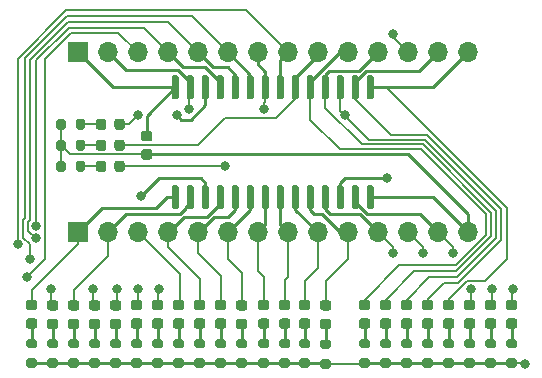
<source format=gbr>
%TF.GenerationSoftware,KiCad,Pcbnew,(5.1.10-1-10_14)*%
%TF.CreationDate,2021-10-02T01:03:44-04:00*%
%TF.ProjectId,microcode-eeprom,6d696372-6f63-46f6-9465-2d656570726f,rev?*%
%TF.SameCoordinates,Original*%
%TF.FileFunction,Copper,L1,Top*%
%TF.FilePolarity,Positive*%
%FSLAX46Y46*%
G04 Gerber Fmt 4.6, Leading zero omitted, Abs format (unit mm)*
G04 Created by KiCad (PCBNEW (5.1.10-1-10_14)) date 2021-10-02 01:03:44*
%MOMM*%
%LPD*%
G01*
G04 APERTURE LIST*
%TA.AperFunction,ComponentPad*%
%ADD10O,1.700000X1.700000*%
%TD*%
%TA.AperFunction,ComponentPad*%
%ADD11R,1.700000X1.700000*%
%TD*%
%TA.AperFunction,ViaPad*%
%ADD12C,0.800000*%
%TD*%
%TA.AperFunction,Conductor*%
%ADD13C,0.250000*%
%TD*%
%TA.AperFunction,Conductor*%
%ADD14C,0.200000*%
%TD*%
G04 APERTURE END LIST*
%TO.P,U53,2*%
%TO.N,Net-(U52-Pad1)*%
%TA.AperFunction,SMDPad,CuDef*%
G36*
G01*
X103740000Y-97557000D02*
X103740000Y-97007000D01*
G75*
G02*
X103940000Y-96807000I200000J0D01*
G01*
X104340000Y-96807000D01*
G75*
G02*
X104540000Y-97007000I0J-200000D01*
G01*
X104540000Y-97557000D01*
G75*
G02*
X104340000Y-97757000I-200000J0D01*
G01*
X103940000Y-97757000D01*
G75*
G02*
X103740000Y-97557000I0J200000D01*
G01*
G37*
%TD.AperFunction*%
%TO.P,U53,1*%
%TO.N,GND*%
%TA.AperFunction,SMDPad,CuDef*%
G36*
G01*
X102090000Y-97557000D02*
X102090000Y-97007000D01*
G75*
G02*
X102290000Y-96807000I200000J0D01*
G01*
X102690000Y-96807000D01*
G75*
G02*
X102890000Y-97007000I0J-200000D01*
G01*
X102890000Y-97557000D01*
G75*
G02*
X102690000Y-97757000I-200000J0D01*
G01*
X102290000Y-97757000D01*
G75*
G02*
X102090000Y-97557000I0J200000D01*
G01*
G37*
%TD.AperFunction*%
%TD*%
%TO.P,U52,2*%
%TO.N,/~OE*%
%TA.AperFunction,SMDPad,CuDef*%
G36*
G01*
X107004500Y-97538250D02*
X107004500Y-97025750D01*
G75*
G02*
X107223250Y-96807000I218750J0D01*
G01*
X107660750Y-96807000D01*
G75*
G02*
X107879500Y-97025750I0J-218750D01*
G01*
X107879500Y-97538250D01*
G75*
G02*
X107660750Y-97757000I-218750J0D01*
G01*
X107223250Y-97757000D01*
G75*
G02*
X107004500Y-97538250I0J218750D01*
G01*
G37*
%TD.AperFunction*%
%TO.P,U52,1*%
%TO.N,Net-(U52-Pad1)*%
%TA.AperFunction,SMDPad,CuDef*%
G36*
G01*
X105429500Y-97538250D02*
X105429500Y-97025750D01*
G75*
G02*
X105648250Y-96807000I218750J0D01*
G01*
X106085750Y-96807000D01*
G75*
G02*
X106304500Y-97025750I0J-218750D01*
G01*
X106304500Y-97538250D01*
G75*
G02*
X106085750Y-97757000I-218750J0D01*
G01*
X105648250Y-97757000D01*
G75*
G02*
X105429500Y-97538250I0J218750D01*
G01*
G37*
%TD.AperFunction*%
%TD*%
%TO.P,U51,2*%
%TO.N,Net-(U50-Pad1)*%
%TA.AperFunction,SMDPad,CuDef*%
G36*
G01*
X103740000Y-94001000D02*
X103740000Y-93451000D01*
G75*
G02*
X103940000Y-93251000I200000J0D01*
G01*
X104340000Y-93251000D01*
G75*
G02*
X104540000Y-93451000I0J-200000D01*
G01*
X104540000Y-94001000D01*
G75*
G02*
X104340000Y-94201000I-200000J0D01*
G01*
X103940000Y-94201000D01*
G75*
G02*
X103740000Y-94001000I0J200000D01*
G01*
G37*
%TD.AperFunction*%
%TO.P,U51,1*%
%TO.N,GND*%
%TA.AperFunction,SMDPad,CuDef*%
G36*
G01*
X102090000Y-94001000D02*
X102090000Y-93451000D01*
G75*
G02*
X102290000Y-93251000I200000J0D01*
G01*
X102690000Y-93251000D01*
G75*
G02*
X102890000Y-93451000I0J-200000D01*
G01*
X102890000Y-94001000D01*
G75*
G02*
X102690000Y-94201000I-200000J0D01*
G01*
X102290000Y-94201000D01*
G75*
G02*
X102090000Y-94001000I0J200000D01*
G01*
G37*
%TD.AperFunction*%
%TD*%
%TO.P,U50,2*%
%TO.N,/~WE*%
%TA.AperFunction,SMDPad,CuDef*%
G36*
G01*
X107004500Y-93982250D02*
X107004500Y-93469750D01*
G75*
G02*
X107223250Y-93251000I218750J0D01*
G01*
X107660750Y-93251000D01*
G75*
G02*
X107879500Y-93469750I0J-218750D01*
G01*
X107879500Y-93982250D01*
G75*
G02*
X107660750Y-94201000I-218750J0D01*
G01*
X107223250Y-94201000D01*
G75*
G02*
X107004500Y-93982250I0J218750D01*
G01*
G37*
%TD.AperFunction*%
%TO.P,U50,1*%
%TO.N,Net-(U50-Pad1)*%
%TA.AperFunction,SMDPad,CuDef*%
G36*
G01*
X105429500Y-93982250D02*
X105429500Y-93469750D01*
G75*
G02*
X105648250Y-93251000I218750J0D01*
G01*
X106085750Y-93251000D01*
G75*
G02*
X106304500Y-93469750I0J-218750D01*
G01*
X106304500Y-93982250D01*
G75*
G02*
X106085750Y-94201000I-218750J0D01*
G01*
X105648250Y-94201000D01*
G75*
G02*
X105429500Y-93982250I0J218750D01*
G01*
G37*
%TD.AperFunction*%
%TD*%
%TO.P,U49,2*%
%TO.N,Net-(U48-Pad1)*%
%TA.AperFunction,SMDPad,CuDef*%
G36*
G01*
X103740000Y-95779000D02*
X103740000Y-95229000D01*
G75*
G02*
X103940000Y-95029000I200000J0D01*
G01*
X104340000Y-95029000D01*
G75*
G02*
X104540000Y-95229000I0J-200000D01*
G01*
X104540000Y-95779000D01*
G75*
G02*
X104340000Y-95979000I-200000J0D01*
G01*
X103940000Y-95979000D01*
G75*
G02*
X103740000Y-95779000I0J200000D01*
G01*
G37*
%TD.AperFunction*%
%TO.P,U49,1*%
%TO.N,GND*%
%TA.AperFunction,SMDPad,CuDef*%
G36*
G01*
X102090000Y-95779000D02*
X102090000Y-95229000D01*
G75*
G02*
X102290000Y-95029000I200000J0D01*
G01*
X102690000Y-95029000D01*
G75*
G02*
X102890000Y-95229000I0J-200000D01*
G01*
X102890000Y-95779000D01*
G75*
G02*
X102690000Y-95979000I-200000J0D01*
G01*
X102290000Y-95979000D01*
G75*
G02*
X102090000Y-95779000I0J200000D01*
G01*
G37*
%TD.AperFunction*%
%TD*%
%TO.P,U48,2*%
%TO.N,/~CS*%
%TA.AperFunction,SMDPad,CuDef*%
G36*
G01*
X107004500Y-95760250D02*
X107004500Y-95247750D01*
G75*
G02*
X107223250Y-95029000I218750J0D01*
G01*
X107660750Y-95029000D01*
G75*
G02*
X107879500Y-95247750I0J-218750D01*
G01*
X107879500Y-95760250D01*
G75*
G02*
X107660750Y-95979000I-218750J0D01*
G01*
X107223250Y-95979000D01*
G75*
G02*
X107004500Y-95760250I0J218750D01*
G01*
G37*
%TD.AperFunction*%
%TO.P,U48,1*%
%TO.N,Net-(U48-Pad1)*%
%TA.AperFunction,SMDPad,CuDef*%
G36*
G01*
X105429500Y-95760250D02*
X105429500Y-95247750D01*
G75*
G02*
X105648250Y-95029000I218750J0D01*
G01*
X106085750Y-95029000D01*
G75*
G02*
X106304500Y-95247750I0J-218750D01*
G01*
X106304500Y-95760250D01*
G75*
G02*
X106085750Y-95979000I-218750J0D01*
G01*
X105648250Y-95979000D01*
G75*
G02*
X105429500Y-95760250I0J218750D01*
G01*
G37*
%TD.AperFunction*%
%TD*%
%TO.P,C1,2*%
%TO.N,GND*%
%TA.AperFunction,SMDPad,CuDef*%
G36*
G01*
X109478000Y-95829000D02*
X109978000Y-95829000D01*
G75*
G02*
X110203000Y-96054000I0J-225000D01*
G01*
X110203000Y-96504000D01*
G75*
G02*
X109978000Y-96729000I-225000J0D01*
G01*
X109478000Y-96729000D01*
G75*
G02*
X109253000Y-96504000I0J225000D01*
G01*
X109253000Y-96054000D01*
G75*
G02*
X109478000Y-95829000I225000J0D01*
G01*
G37*
%TD.AperFunction*%
%TO.P,C1,1*%
%TO.N,VCC*%
%TA.AperFunction,SMDPad,CuDef*%
G36*
G01*
X109478000Y-94279000D02*
X109978000Y-94279000D01*
G75*
G02*
X110203000Y-94504000I0J-225000D01*
G01*
X110203000Y-94954000D01*
G75*
G02*
X109978000Y-95179000I-225000J0D01*
G01*
X109478000Y-95179000D01*
G75*
G02*
X109253000Y-94954000I0J225000D01*
G01*
X109253000Y-94504000D01*
G75*
G02*
X109478000Y-94279000I225000J0D01*
G01*
G37*
%TD.AperFunction*%
%TD*%
%TO.P,U1,28*%
%TO.N,VCC*%
%TA.AperFunction,SMDPad,CuDef*%
G36*
G01*
X112291000Y-91625000D02*
X111991000Y-91625000D01*
G75*
G02*
X111841000Y-91475000I0J150000D01*
G01*
X111841000Y-89725000D01*
G75*
G02*
X111991000Y-89575000I150000J0D01*
G01*
X112291000Y-89575000D01*
G75*
G02*
X112441000Y-89725000I0J-150000D01*
G01*
X112441000Y-91475000D01*
G75*
G02*
X112291000Y-91625000I-150000J0D01*
G01*
G37*
%TD.AperFunction*%
%TO.P,U1,27*%
%TO.N,/~WE*%
%TA.AperFunction,SMDPad,CuDef*%
G36*
G01*
X113561000Y-91625000D02*
X113261000Y-91625000D01*
G75*
G02*
X113111000Y-91475000I0J150000D01*
G01*
X113111000Y-89725000D01*
G75*
G02*
X113261000Y-89575000I150000J0D01*
G01*
X113561000Y-89575000D01*
G75*
G02*
X113711000Y-89725000I0J-150000D01*
G01*
X113711000Y-91475000D01*
G75*
G02*
X113561000Y-91625000I-150000J0D01*
G01*
G37*
%TD.AperFunction*%
%TO.P,U1,26*%
%TO.N,/A13*%
%TA.AperFunction,SMDPad,CuDef*%
G36*
G01*
X114831000Y-91625000D02*
X114531000Y-91625000D01*
G75*
G02*
X114381000Y-91475000I0J150000D01*
G01*
X114381000Y-89725000D01*
G75*
G02*
X114531000Y-89575000I150000J0D01*
G01*
X114831000Y-89575000D01*
G75*
G02*
X114981000Y-89725000I0J-150000D01*
G01*
X114981000Y-91475000D01*
G75*
G02*
X114831000Y-91625000I-150000J0D01*
G01*
G37*
%TD.AperFunction*%
%TO.P,U1,25*%
%TO.N,/A8*%
%TA.AperFunction,SMDPad,CuDef*%
G36*
G01*
X116101000Y-91625000D02*
X115801000Y-91625000D01*
G75*
G02*
X115651000Y-91475000I0J150000D01*
G01*
X115651000Y-89725000D01*
G75*
G02*
X115801000Y-89575000I150000J0D01*
G01*
X116101000Y-89575000D01*
G75*
G02*
X116251000Y-89725000I0J-150000D01*
G01*
X116251000Y-91475000D01*
G75*
G02*
X116101000Y-91625000I-150000J0D01*
G01*
G37*
%TD.AperFunction*%
%TO.P,U1,24*%
%TO.N,/A9*%
%TA.AperFunction,SMDPad,CuDef*%
G36*
G01*
X117371000Y-91625000D02*
X117071000Y-91625000D01*
G75*
G02*
X116921000Y-91475000I0J150000D01*
G01*
X116921000Y-89725000D01*
G75*
G02*
X117071000Y-89575000I150000J0D01*
G01*
X117371000Y-89575000D01*
G75*
G02*
X117521000Y-89725000I0J-150000D01*
G01*
X117521000Y-91475000D01*
G75*
G02*
X117371000Y-91625000I-150000J0D01*
G01*
G37*
%TD.AperFunction*%
%TO.P,U1,23*%
%TO.N,/A11*%
%TA.AperFunction,SMDPad,CuDef*%
G36*
G01*
X118641000Y-91625000D02*
X118341000Y-91625000D01*
G75*
G02*
X118191000Y-91475000I0J150000D01*
G01*
X118191000Y-89725000D01*
G75*
G02*
X118341000Y-89575000I150000J0D01*
G01*
X118641000Y-89575000D01*
G75*
G02*
X118791000Y-89725000I0J-150000D01*
G01*
X118791000Y-91475000D01*
G75*
G02*
X118641000Y-91625000I-150000J0D01*
G01*
G37*
%TD.AperFunction*%
%TO.P,U1,22*%
%TO.N,/~OE*%
%TA.AperFunction,SMDPad,CuDef*%
G36*
G01*
X119911000Y-91625000D02*
X119611000Y-91625000D01*
G75*
G02*
X119461000Y-91475000I0J150000D01*
G01*
X119461000Y-89725000D01*
G75*
G02*
X119611000Y-89575000I150000J0D01*
G01*
X119911000Y-89575000D01*
G75*
G02*
X120061000Y-89725000I0J-150000D01*
G01*
X120061000Y-91475000D01*
G75*
G02*
X119911000Y-91625000I-150000J0D01*
G01*
G37*
%TD.AperFunction*%
%TO.P,U1,21*%
%TO.N,/A10*%
%TA.AperFunction,SMDPad,CuDef*%
G36*
G01*
X121181000Y-91625000D02*
X120881000Y-91625000D01*
G75*
G02*
X120731000Y-91475000I0J150000D01*
G01*
X120731000Y-89725000D01*
G75*
G02*
X120881000Y-89575000I150000J0D01*
G01*
X121181000Y-89575000D01*
G75*
G02*
X121331000Y-89725000I0J-150000D01*
G01*
X121331000Y-91475000D01*
G75*
G02*
X121181000Y-91625000I-150000J0D01*
G01*
G37*
%TD.AperFunction*%
%TO.P,U1,20*%
%TO.N,/~CS*%
%TA.AperFunction,SMDPad,CuDef*%
G36*
G01*
X122451000Y-91625000D02*
X122151000Y-91625000D01*
G75*
G02*
X122001000Y-91475000I0J150000D01*
G01*
X122001000Y-89725000D01*
G75*
G02*
X122151000Y-89575000I150000J0D01*
G01*
X122451000Y-89575000D01*
G75*
G02*
X122601000Y-89725000I0J-150000D01*
G01*
X122601000Y-91475000D01*
G75*
G02*
X122451000Y-91625000I-150000J0D01*
G01*
G37*
%TD.AperFunction*%
%TO.P,U1,19*%
%TO.N,/D7*%
%TA.AperFunction,SMDPad,CuDef*%
G36*
G01*
X123721000Y-91625000D02*
X123421000Y-91625000D01*
G75*
G02*
X123271000Y-91475000I0J150000D01*
G01*
X123271000Y-89725000D01*
G75*
G02*
X123421000Y-89575000I150000J0D01*
G01*
X123721000Y-89575000D01*
G75*
G02*
X123871000Y-89725000I0J-150000D01*
G01*
X123871000Y-91475000D01*
G75*
G02*
X123721000Y-91625000I-150000J0D01*
G01*
G37*
%TD.AperFunction*%
%TO.P,U1,18*%
%TO.N,/D6*%
%TA.AperFunction,SMDPad,CuDef*%
G36*
G01*
X124991000Y-91625000D02*
X124691000Y-91625000D01*
G75*
G02*
X124541000Y-91475000I0J150000D01*
G01*
X124541000Y-89725000D01*
G75*
G02*
X124691000Y-89575000I150000J0D01*
G01*
X124991000Y-89575000D01*
G75*
G02*
X125141000Y-89725000I0J-150000D01*
G01*
X125141000Y-91475000D01*
G75*
G02*
X124991000Y-91625000I-150000J0D01*
G01*
G37*
%TD.AperFunction*%
%TO.P,U1,17*%
%TO.N,/D5*%
%TA.AperFunction,SMDPad,CuDef*%
G36*
G01*
X126261000Y-91625000D02*
X125961000Y-91625000D01*
G75*
G02*
X125811000Y-91475000I0J150000D01*
G01*
X125811000Y-89725000D01*
G75*
G02*
X125961000Y-89575000I150000J0D01*
G01*
X126261000Y-89575000D01*
G75*
G02*
X126411000Y-89725000I0J-150000D01*
G01*
X126411000Y-91475000D01*
G75*
G02*
X126261000Y-91625000I-150000J0D01*
G01*
G37*
%TD.AperFunction*%
%TO.P,U1,16*%
%TO.N,/D4*%
%TA.AperFunction,SMDPad,CuDef*%
G36*
G01*
X127531000Y-91625000D02*
X127231000Y-91625000D01*
G75*
G02*
X127081000Y-91475000I0J150000D01*
G01*
X127081000Y-89725000D01*
G75*
G02*
X127231000Y-89575000I150000J0D01*
G01*
X127531000Y-89575000D01*
G75*
G02*
X127681000Y-89725000I0J-150000D01*
G01*
X127681000Y-91475000D01*
G75*
G02*
X127531000Y-91625000I-150000J0D01*
G01*
G37*
%TD.AperFunction*%
%TO.P,U1,15*%
%TO.N,/D3*%
%TA.AperFunction,SMDPad,CuDef*%
G36*
G01*
X128801000Y-91625000D02*
X128501000Y-91625000D01*
G75*
G02*
X128351000Y-91475000I0J150000D01*
G01*
X128351000Y-89725000D01*
G75*
G02*
X128501000Y-89575000I150000J0D01*
G01*
X128801000Y-89575000D01*
G75*
G02*
X128951000Y-89725000I0J-150000D01*
G01*
X128951000Y-91475000D01*
G75*
G02*
X128801000Y-91625000I-150000J0D01*
G01*
G37*
%TD.AperFunction*%
%TO.P,U1,14*%
%TO.N,GND*%
%TA.AperFunction,SMDPad,CuDef*%
G36*
G01*
X128801000Y-100925000D02*
X128501000Y-100925000D01*
G75*
G02*
X128351000Y-100775000I0J150000D01*
G01*
X128351000Y-99025000D01*
G75*
G02*
X128501000Y-98875000I150000J0D01*
G01*
X128801000Y-98875000D01*
G75*
G02*
X128951000Y-99025000I0J-150000D01*
G01*
X128951000Y-100775000D01*
G75*
G02*
X128801000Y-100925000I-150000J0D01*
G01*
G37*
%TD.AperFunction*%
%TO.P,U1,13*%
%TO.N,/D2*%
%TA.AperFunction,SMDPad,CuDef*%
G36*
G01*
X127531000Y-100925000D02*
X127231000Y-100925000D01*
G75*
G02*
X127081000Y-100775000I0J150000D01*
G01*
X127081000Y-99025000D01*
G75*
G02*
X127231000Y-98875000I150000J0D01*
G01*
X127531000Y-98875000D01*
G75*
G02*
X127681000Y-99025000I0J-150000D01*
G01*
X127681000Y-100775000D01*
G75*
G02*
X127531000Y-100925000I-150000J0D01*
G01*
G37*
%TD.AperFunction*%
%TO.P,U1,12*%
%TO.N,/D1*%
%TA.AperFunction,SMDPad,CuDef*%
G36*
G01*
X126261000Y-100925000D02*
X125961000Y-100925000D01*
G75*
G02*
X125811000Y-100775000I0J150000D01*
G01*
X125811000Y-99025000D01*
G75*
G02*
X125961000Y-98875000I150000J0D01*
G01*
X126261000Y-98875000D01*
G75*
G02*
X126411000Y-99025000I0J-150000D01*
G01*
X126411000Y-100775000D01*
G75*
G02*
X126261000Y-100925000I-150000J0D01*
G01*
G37*
%TD.AperFunction*%
%TO.P,U1,11*%
%TO.N,/D0*%
%TA.AperFunction,SMDPad,CuDef*%
G36*
G01*
X124991000Y-100925000D02*
X124691000Y-100925000D01*
G75*
G02*
X124541000Y-100775000I0J150000D01*
G01*
X124541000Y-99025000D01*
G75*
G02*
X124691000Y-98875000I150000J0D01*
G01*
X124991000Y-98875000D01*
G75*
G02*
X125141000Y-99025000I0J-150000D01*
G01*
X125141000Y-100775000D01*
G75*
G02*
X124991000Y-100925000I-150000J0D01*
G01*
G37*
%TD.AperFunction*%
%TO.P,U1,10*%
%TO.N,/A0*%
%TA.AperFunction,SMDPad,CuDef*%
G36*
G01*
X123721000Y-100925000D02*
X123421000Y-100925000D01*
G75*
G02*
X123271000Y-100775000I0J150000D01*
G01*
X123271000Y-99025000D01*
G75*
G02*
X123421000Y-98875000I150000J0D01*
G01*
X123721000Y-98875000D01*
G75*
G02*
X123871000Y-99025000I0J-150000D01*
G01*
X123871000Y-100775000D01*
G75*
G02*
X123721000Y-100925000I-150000J0D01*
G01*
G37*
%TD.AperFunction*%
%TO.P,U1,9*%
%TO.N,/A1*%
%TA.AperFunction,SMDPad,CuDef*%
G36*
G01*
X122451000Y-100925000D02*
X122151000Y-100925000D01*
G75*
G02*
X122001000Y-100775000I0J150000D01*
G01*
X122001000Y-99025000D01*
G75*
G02*
X122151000Y-98875000I150000J0D01*
G01*
X122451000Y-98875000D01*
G75*
G02*
X122601000Y-99025000I0J-150000D01*
G01*
X122601000Y-100775000D01*
G75*
G02*
X122451000Y-100925000I-150000J0D01*
G01*
G37*
%TD.AperFunction*%
%TO.P,U1,8*%
%TO.N,/A2*%
%TA.AperFunction,SMDPad,CuDef*%
G36*
G01*
X121181000Y-100925000D02*
X120881000Y-100925000D01*
G75*
G02*
X120731000Y-100775000I0J150000D01*
G01*
X120731000Y-99025000D01*
G75*
G02*
X120881000Y-98875000I150000J0D01*
G01*
X121181000Y-98875000D01*
G75*
G02*
X121331000Y-99025000I0J-150000D01*
G01*
X121331000Y-100775000D01*
G75*
G02*
X121181000Y-100925000I-150000J0D01*
G01*
G37*
%TD.AperFunction*%
%TO.P,U1,7*%
%TO.N,/A3*%
%TA.AperFunction,SMDPad,CuDef*%
G36*
G01*
X119911000Y-100925000D02*
X119611000Y-100925000D01*
G75*
G02*
X119461000Y-100775000I0J150000D01*
G01*
X119461000Y-99025000D01*
G75*
G02*
X119611000Y-98875000I150000J0D01*
G01*
X119911000Y-98875000D01*
G75*
G02*
X120061000Y-99025000I0J-150000D01*
G01*
X120061000Y-100775000D01*
G75*
G02*
X119911000Y-100925000I-150000J0D01*
G01*
G37*
%TD.AperFunction*%
%TO.P,U1,6*%
%TO.N,/A4*%
%TA.AperFunction,SMDPad,CuDef*%
G36*
G01*
X118641000Y-100925000D02*
X118341000Y-100925000D01*
G75*
G02*
X118191000Y-100775000I0J150000D01*
G01*
X118191000Y-99025000D01*
G75*
G02*
X118341000Y-98875000I150000J0D01*
G01*
X118641000Y-98875000D01*
G75*
G02*
X118791000Y-99025000I0J-150000D01*
G01*
X118791000Y-100775000D01*
G75*
G02*
X118641000Y-100925000I-150000J0D01*
G01*
G37*
%TD.AperFunction*%
%TO.P,U1,5*%
%TO.N,/A5*%
%TA.AperFunction,SMDPad,CuDef*%
G36*
G01*
X117371000Y-100925000D02*
X117071000Y-100925000D01*
G75*
G02*
X116921000Y-100775000I0J150000D01*
G01*
X116921000Y-99025000D01*
G75*
G02*
X117071000Y-98875000I150000J0D01*
G01*
X117371000Y-98875000D01*
G75*
G02*
X117521000Y-99025000I0J-150000D01*
G01*
X117521000Y-100775000D01*
G75*
G02*
X117371000Y-100925000I-150000J0D01*
G01*
G37*
%TD.AperFunction*%
%TO.P,U1,4*%
%TO.N,/A6*%
%TA.AperFunction,SMDPad,CuDef*%
G36*
G01*
X116101000Y-100925000D02*
X115801000Y-100925000D01*
G75*
G02*
X115651000Y-100775000I0J150000D01*
G01*
X115651000Y-99025000D01*
G75*
G02*
X115801000Y-98875000I150000J0D01*
G01*
X116101000Y-98875000D01*
G75*
G02*
X116251000Y-99025000I0J-150000D01*
G01*
X116251000Y-100775000D01*
G75*
G02*
X116101000Y-100925000I-150000J0D01*
G01*
G37*
%TD.AperFunction*%
%TO.P,U1,3*%
%TO.N,/A7*%
%TA.AperFunction,SMDPad,CuDef*%
G36*
G01*
X114831000Y-100925000D02*
X114531000Y-100925000D01*
G75*
G02*
X114381000Y-100775000I0J150000D01*
G01*
X114381000Y-99025000D01*
G75*
G02*
X114531000Y-98875000I150000J0D01*
G01*
X114831000Y-98875000D01*
G75*
G02*
X114981000Y-99025000I0J-150000D01*
G01*
X114981000Y-100775000D01*
G75*
G02*
X114831000Y-100925000I-150000J0D01*
G01*
G37*
%TD.AperFunction*%
%TO.P,U1,2*%
%TO.N,/A12*%
%TA.AperFunction,SMDPad,CuDef*%
G36*
G01*
X113561000Y-100925000D02*
X113261000Y-100925000D01*
G75*
G02*
X113111000Y-100775000I0J150000D01*
G01*
X113111000Y-99025000D01*
G75*
G02*
X113261000Y-98875000I150000J0D01*
G01*
X113561000Y-98875000D01*
G75*
G02*
X113711000Y-99025000I0J-150000D01*
G01*
X113711000Y-100775000D01*
G75*
G02*
X113561000Y-100925000I-150000J0D01*
G01*
G37*
%TD.AperFunction*%
%TO.P,U1,1*%
%TO.N,/A14*%
%TA.AperFunction,SMDPad,CuDef*%
G36*
G01*
X112291000Y-100925000D02*
X111991000Y-100925000D01*
G75*
G02*
X111841000Y-100775000I0J150000D01*
G01*
X111841000Y-99025000D01*
G75*
G02*
X111991000Y-98875000I150000J0D01*
G01*
X112291000Y-98875000D01*
G75*
G02*
X112441000Y-99025000I0J-150000D01*
G01*
X112441000Y-100775000D01*
G75*
G02*
X112291000Y-100925000I-150000J0D01*
G01*
G37*
%TD.AperFunction*%
%TD*%
%TO.P,U31,2*%
%TO.N,GND*%
%TA.AperFunction,SMDPad,CuDef*%
G36*
G01*
X124603000Y-113608000D02*
X125153000Y-113608000D01*
G75*
G02*
X125353000Y-113808000I0J-200000D01*
G01*
X125353000Y-114208000D01*
G75*
G02*
X125153000Y-114408000I-200000J0D01*
G01*
X124603000Y-114408000D01*
G75*
G02*
X124403000Y-114208000I0J200000D01*
G01*
X124403000Y-113808000D01*
G75*
G02*
X124603000Y-113608000I200000J0D01*
G01*
G37*
%TD.AperFunction*%
%TO.P,U31,1*%
%TO.N,Net-(U30-Pad1)*%
%TA.AperFunction,SMDPad,CuDef*%
G36*
G01*
X124603000Y-111958000D02*
X125153000Y-111958000D01*
G75*
G02*
X125353000Y-112158000I0J-200000D01*
G01*
X125353000Y-112558000D01*
G75*
G02*
X125153000Y-112758000I-200000J0D01*
G01*
X124603000Y-112758000D01*
G75*
G02*
X124403000Y-112558000I0J200000D01*
G01*
X124403000Y-112158000D01*
G75*
G02*
X124603000Y-111958000I200000J0D01*
G01*
G37*
%TD.AperFunction*%
%TD*%
%TO.P,U30,2*%
%TO.N,/A0*%
%TA.AperFunction,SMDPad,CuDef*%
G36*
G01*
X125134250Y-109493500D02*
X124621750Y-109493500D01*
G75*
G02*
X124403000Y-109274750I0J218750D01*
G01*
X124403000Y-108837250D01*
G75*
G02*
X124621750Y-108618500I218750J0D01*
G01*
X125134250Y-108618500D01*
G75*
G02*
X125353000Y-108837250I0J-218750D01*
G01*
X125353000Y-109274750D01*
G75*
G02*
X125134250Y-109493500I-218750J0D01*
G01*
G37*
%TD.AperFunction*%
%TO.P,U30,1*%
%TO.N,Net-(U30-Pad1)*%
%TA.AperFunction,SMDPad,CuDef*%
G36*
G01*
X125134250Y-111068500D02*
X124621750Y-111068500D01*
G75*
G02*
X124403000Y-110849750I0J218750D01*
G01*
X124403000Y-110412250D01*
G75*
G02*
X124621750Y-110193500I218750J0D01*
G01*
X125134250Y-110193500D01*
G75*
G02*
X125353000Y-110412250I0J-218750D01*
G01*
X125353000Y-110849750D01*
G75*
G02*
X125134250Y-111068500I-218750J0D01*
G01*
G37*
%TD.AperFunction*%
%TD*%
%TO.P,U29,2*%
%TO.N,GND*%
%TA.AperFunction,SMDPad,CuDef*%
G36*
G01*
X122825000Y-113545000D02*
X123375000Y-113545000D01*
G75*
G02*
X123575000Y-113745000I0J-200000D01*
G01*
X123575000Y-114145000D01*
G75*
G02*
X123375000Y-114345000I-200000J0D01*
G01*
X122825000Y-114345000D01*
G75*
G02*
X122625000Y-114145000I0J200000D01*
G01*
X122625000Y-113745000D01*
G75*
G02*
X122825000Y-113545000I200000J0D01*
G01*
G37*
%TD.AperFunction*%
%TO.P,U29,1*%
%TO.N,Net-(U28-Pad1)*%
%TA.AperFunction,SMDPad,CuDef*%
G36*
G01*
X122825000Y-111895000D02*
X123375000Y-111895000D01*
G75*
G02*
X123575000Y-112095000I0J-200000D01*
G01*
X123575000Y-112495000D01*
G75*
G02*
X123375000Y-112695000I-200000J0D01*
G01*
X122825000Y-112695000D01*
G75*
G02*
X122625000Y-112495000I0J200000D01*
G01*
X122625000Y-112095000D01*
G75*
G02*
X122825000Y-111895000I200000J0D01*
G01*
G37*
%TD.AperFunction*%
%TD*%
%TO.P,U28,2*%
%TO.N,/A1*%
%TA.AperFunction,SMDPad,CuDef*%
G36*
G01*
X123356250Y-109468000D02*
X122843750Y-109468000D01*
G75*
G02*
X122625000Y-109249250I0J218750D01*
G01*
X122625000Y-108811750D01*
G75*
G02*
X122843750Y-108593000I218750J0D01*
G01*
X123356250Y-108593000D01*
G75*
G02*
X123575000Y-108811750I0J-218750D01*
G01*
X123575000Y-109249250D01*
G75*
G02*
X123356250Y-109468000I-218750J0D01*
G01*
G37*
%TD.AperFunction*%
%TO.P,U28,1*%
%TO.N,Net-(U28-Pad1)*%
%TA.AperFunction,SMDPad,CuDef*%
G36*
G01*
X123356250Y-111043000D02*
X122843750Y-111043000D01*
G75*
G02*
X122625000Y-110824250I0J218750D01*
G01*
X122625000Y-110386750D01*
G75*
G02*
X122843750Y-110168000I218750J0D01*
G01*
X123356250Y-110168000D01*
G75*
G02*
X123575000Y-110386750I0J-218750D01*
G01*
X123575000Y-110824250D01*
G75*
G02*
X123356250Y-111043000I-218750J0D01*
G01*
G37*
%TD.AperFunction*%
%TD*%
%TO.P,U27,2*%
%TO.N,GND*%
%TA.AperFunction,SMDPad,CuDef*%
G36*
G01*
X121137000Y-113545000D02*
X121687000Y-113545000D01*
G75*
G02*
X121887000Y-113745000I0J-200000D01*
G01*
X121887000Y-114145000D01*
G75*
G02*
X121687000Y-114345000I-200000J0D01*
G01*
X121137000Y-114345000D01*
G75*
G02*
X120937000Y-114145000I0J200000D01*
G01*
X120937000Y-113745000D01*
G75*
G02*
X121137000Y-113545000I200000J0D01*
G01*
G37*
%TD.AperFunction*%
%TO.P,U27,1*%
%TO.N,Net-(U26-Pad1)*%
%TA.AperFunction,SMDPad,CuDef*%
G36*
G01*
X121137000Y-111895000D02*
X121687000Y-111895000D01*
G75*
G02*
X121887000Y-112095000I0J-200000D01*
G01*
X121887000Y-112495000D01*
G75*
G02*
X121687000Y-112695000I-200000J0D01*
G01*
X121137000Y-112695000D01*
G75*
G02*
X120937000Y-112495000I0J200000D01*
G01*
X120937000Y-112095000D01*
G75*
G02*
X121137000Y-111895000I200000J0D01*
G01*
G37*
%TD.AperFunction*%
%TD*%
%TO.P,U26,1*%
%TO.N,Net-(U26-Pad1)*%
%TA.AperFunction,SMDPad,CuDef*%
G36*
G01*
X121668250Y-111043000D02*
X121155750Y-111043000D01*
G75*
G02*
X120937000Y-110824250I0J218750D01*
G01*
X120937000Y-110386750D01*
G75*
G02*
X121155750Y-110168000I218750J0D01*
G01*
X121668250Y-110168000D01*
G75*
G02*
X121887000Y-110386750I0J-218750D01*
G01*
X121887000Y-110824250D01*
G75*
G02*
X121668250Y-111043000I-218750J0D01*
G01*
G37*
%TD.AperFunction*%
%TO.P,U26,2*%
%TO.N,/A2*%
%TA.AperFunction,SMDPad,CuDef*%
G36*
G01*
X121668250Y-109468000D02*
X121155750Y-109468000D01*
G75*
G02*
X120937000Y-109249250I0J218750D01*
G01*
X120937000Y-108811750D01*
G75*
G02*
X121155750Y-108593000I218750J0D01*
G01*
X121668250Y-108593000D01*
G75*
G02*
X121887000Y-108811750I0J-218750D01*
G01*
X121887000Y-109249250D01*
G75*
G02*
X121668250Y-109468000I-218750J0D01*
G01*
G37*
%TD.AperFunction*%
%TD*%
%TO.P,U25,2*%
%TO.N,GND*%
%TA.AperFunction,SMDPad,CuDef*%
G36*
G01*
X119359000Y-113545000D02*
X119909000Y-113545000D01*
G75*
G02*
X120109000Y-113745000I0J-200000D01*
G01*
X120109000Y-114145000D01*
G75*
G02*
X119909000Y-114345000I-200000J0D01*
G01*
X119359000Y-114345000D01*
G75*
G02*
X119159000Y-114145000I0J200000D01*
G01*
X119159000Y-113745000D01*
G75*
G02*
X119359000Y-113545000I200000J0D01*
G01*
G37*
%TD.AperFunction*%
%TO.P,U25,1*%
%TO.N,Net-(U24-Pad1)*%
%TA.AperFunction,SMDPad,CuDef*%
G36*
G01*
X119359000Y-111895000D02*
X119909000Y-111895000D01*
G75*
G02*
X120109000Y-112095000I0J-200000D01*
G01*
X120109000Y-112495000D01*
G75*
G02*
X119909000Y-112695000I-200000J0D01*
G01*
X119359000Y-112695000D01*
G75*
G02*
X119159000Y-112495000I0J200000D01*
G01*
X119159000Y-112095000D01*
G75*
G02*
X119359000Y-111895000I200000J0D01*
G01*
G37*
%TD.AperFunction*%
%TD*%
%TO.P,U24,2*%
%TO.N,/A3*%
%TA.AperFunction,SMDPad,CuDef*%
G36*
G01*
X119890250Y-109468000D02*
X119377750Y-109468000D01*
G75*
G02*
X119159000Y-109249250I0J218750D01*
G01*
X119159000Y-108811750D01*
G75*
G02*
X119377750Y-108593000I218750J0D01*
G01*
X119890250Y-108593000D01*
G75*
G02*
X120109000Y-108811750I0J-218750D01*
G01*
X120109000Y-109249250D01*
G75*
G02*
X119890250Y-109468000I-218750J0D01*
G01*
G37*
%TD.AperFunction*%
%TO.P,U24,1*%
%TO.N,Net-(U24-Pad1)*%
%TA.AperFunction,SMDPad,CuDef*%
G36*
G01*
X119890250Y-111043000D02*
X119377750Y-111043000D01*
G75*
G02*
X119159000Y-110824250I0J218750D01*
G01*
X119159000Y-110386750D01*
G75*
G02*
X119377750Y-110168000I218750J0D01*
G01*
X119890250Y-110168000D01*
G75*
G02*
X120109000Y-110386750I0J-218750D01*
G01*
X120109000Y-110824250D01*
G75*
G02*
X119890250Y-111043000I-218750J0D01*
G01*
G37*
%TD.AperFunction*%
%TD*%
%TO.P,U23,2*%
%TO.N,GND*%
%TA.AperFunction,SMDPad,CuDef*%
G36*
G01*
X117491000Y-113545000D02*
X118041000Y-113545000D01*
G75*
G02*
X118241000Y-113745000I0J-200000D01*
G01*
X118241000Y-114145000D01*
G75*
G02*
X118041000Y-114345000I-200000J0D01*
G01*
X117491000Y-114345000D01*
G75*
G02*
X117291000Y-114145000I0J200000D01*
G01*
X117291000Y-113745000D01*
G75*
G02*
X117491000Y-113545000I200000J0D01*
G01*
G37*
%TD.AperFunction*%
%TO.P,U23,1*%
%TO.N,Net-(U22-Pad1)*%
%TA.AperFunction,SMDPad,CuDef*%
G36*
G01*
X117491000Y-111895000D02*
X118041000Y-111895000D01*
G75*
G02*
X118241000Y-112095000I0J-200000D01*
G01*
X118241000Y-112495000D01*
G75*
G02*
X118041000Y-112695000I-200000J0D01*
G01*
X117491000Y-112695000D01*
G75*
G02*
X117291000Y-112495000I0J200000D01*
G01*
X117291000Y-112095000D01*
G75*
G02*
X117491000Y-111895000I200000J0D01*
G01*
G37*
%TD.AperFunction*%
%TD*%
%TO.P,U22,2*%
%TO.N,/A4*%
%TA.AperFunction,SMDPad,CuDef*%
G36*
G01*
X118022250Y-109493500D02*
X117509750Y-109493500D01*
G75*
G02*
X117291000Y-109274750I0J218750D01*
G01*
X117291000Y-108837250D01*
G75*
G02*
X117509750Y-108618500I218750J0D01*
G01*
X118022250Y-108618500D01*
G75*
G02*
X118241000Y-108837250I0J-218750D01*
G01*
X118241000Y-109274750D01*
G75*
G02*
X118022250Y-109493500I-218750J0D01*
G01*
G37*
%TD.AperFunction*%
%TO.P,U22,1*%
%TO.N,Net-(U22-Pad1)*%
%TA.AperFunction,SMDPad,CuDef*%
G36*
G01*
X118022250Y-111068500D02*
X117509750Y-111068500D01*
G75*
G02*
X117291000Y-110849750I0J218750D01*
G01*
X117291000Y-110412250D01*
G75*
G02*
X117509750Y-110193500I218750J0D01*
G01*
X118022250Y-110193500D01*
G75*
G02*
X118241000Y-110412250I0J-218750D01*
G01*
X118241000Y-110849750D01*
G75*
G02*
X118022250Y-111068500I-218750J0D01*
G01*
G37*
%TD.AperFunction*%
%TD*%
%TO.P,U21,2*%
%TO.N,GND*%
%TA.AperFunction,SMDPad,CuDef*%
G36*
G01*
X115713000Y-113545000D02*
X116263000Y-113545000D01*
G75*
G02*
X116463000Y-113745000I0J-200000D01*
G01*
X116463000Y-114145000D01*
G75*
G02*
X116263000Y-114345000I-200000J0D01*
G01*
X115713000Y-114345000D01*
G75*
G02*
X115513000Y-114145000I0J200000D01*
G01*
X115513000Y-113745000D01*
G75*
G02*
X115713000Y-113545000I200000J0D01*
G01*
G37*
%TD.AperFunction*%
%TO.P,U21,1*%
%TO.N,Net-(U20-Pad1)*%
%TA.AperFunction,SMDPad,CuDef*%
G36*
G01*
X115713000Y-111895000D02*
X116263000Y-111895000D01*
G75*
G02*
X116463000Y-112095000I0J-200000D01*
G01*
X116463000Y-112495000D01*
G75*
G02*
X116263000Y-112695000I-200000J0D01*
G01*
X115713000Y-112695000D01*
G75*
G02*
X115513000Y-112495000I0J200000D01*
G01*
X115513000Y-112095000D01*
G75*
G02*
X115713000Y-111895000I200000J0D01*
G01*
G37*
%TD.AperFunction*%
%TD*%
%TO.P,U20,2*%
%TO.N,/A5*%
%TA.AperFunction,SMDPad,CuDef*%
G36*
G01*
X116244250Y-109468000D02*
X115731750Y-109468000D01*
G75*
G02*
X115513000Y-109249250I0J218750D01*
G01*
X115513000Y-108811750D01*
G75*
G02*
X115731750Y-108593000I218750J0D01*
G01*
X116244250Y-108593000D01*
G75*
G02*
X116463000Y-108811750I0J-218750D01*
G01*
X116463000Y-109249250D01*
G75*
G02*
X116244250Y-109468000I-218750J0D01*
G01*
G37*
%TD.AperFunction*%
%TO.P,U20,1*%
%TO.N,Net-(U20-Pad1)*%
%TA.AperFunction,SMDPad,CuDef*%
G36*
G01*
X116244250Y-111043000D02*
X115731750Y-111043000D01*
G75*
G02*
X115513000Y-110824250I0J218750D01*
G01*
X115513000Y-110386750D01*
G75*
G02*
X115731750Y-110168000I218750J0D01*
G01*
X116244250Y-110168000D01*
G75*
G02*
X116463000Y-110386750I0J-218750D01*
G01*
X116463000Y-110824250D01*
G75*
G02*
X116244250Y-111043000I-218750J0D01*
G01*
G37*
%TD.AperFunction*%
%TD*%
%TO.P,U19,2*%
%TO.N,GND*%
%TA.AperFunction,SMDPad,CuDef*%
G36*
G01*
X113935000Y-113545000D02*
X114485000Y-113545000D01*
G75*
G02*
X114685000Y-113745000I0J-200000D01*
G01*
X114685000Y-114145000D01*
G75*
G02*
X114485000Y-114345000I-200000J0D01*
G01*
X113935000Y-114345000D01*
G75*
G02*
X113735000Y-114145000I0J200000D01*
G01*
X113735000Y-113745000D01*
G75*
G02*
X113935000Y-113545000I200000J0D01*
G01*
G37*
%TD.AperFunction*%
%TO.P,U19,1*%
%TO.N,Net-(U18-Pad1)*%
%TA.AperFunction,SMDPad,CuDef*%
G36*
G01*
X113935000Y-111895000D02*
X114485000Y-111895000D01*
G75*
G02*
X114685000Y-112095000I0J-200000D01*
G01*
X114685000Y-112495000D01*
G75*
G02*
X114485000Y-112695000I-200000J0D01*
G01*
X113935000Y-112695000D01*
G75*
G02*
X113735000Y-112495000I0J200000D01*
G01*
X113735000Y-112095000D01*
G75*
G02*
X113935000Y-111895000I200000J0D01*
G01*
G37*
%TD.AperFunction*%
%TD*%
%TO.P,U18,2*%
%TO.N,/A6*%
%TA.AperFunction,SMDPad,CuDef*%
G36*
G01*
X114466250Y-109468000D02*
X113953750Y-109468000D01*
G75*
G02*
X113735000Y-109249250I0J218750D01*
G01*
X113735000Y-108811750D01*
G75*
G02*
X113953750Y-108593000I218750J0D01*
G01*
X114466250Y-108593000D01*
G75*
G02*
X114685000Y-108811750I0J-218750D01*
G01*
X114685000Y-109249250D01*
G75*
G02*
X114466250Y-109468000I-218750J0D01*
G01*
G37*
%TD.AperFunction*%
%TO.P,U18,1*%
%TO.N,Net-(U18-Pad1)*%
%TA.AperFunction,SMDPad,CuDef*%
G36*
G01*
X114466250Y-111043000D02*
X113953750Y-111043000D01*
G75*
G02*
X113735000Y-110824250I0J218750D01*
G01*
X113735000Y-110386750D01*
G75*
G02*
X113953750Y-110168000I218750J0D01*
G01*
X114466250Y-110168000D01*
G75*
G02*
X114685000Y-110386750I0J-218750D01*
G01*
X114685000Y-110824250D01*
G75*
G02*
X114466250Y-111043000I-218750J0D01*
G01*
G37*
%TD.AperFunction*%
%TD*%
%TO.P,U17,2*%
%TO.N,GND*%
%TA.AperFunction,SMDPad,CuDef*%
G36*
G01*
X112157000Y-113545000D02*
X112707000Y-113545000D01*
G75*
G02*
X112907000Y-113745000I0J-200000D01*
G01*
X112907000Y-114145000D01*
G75*
G02*
X112707000Y-114345000I-200000J0D01*
G01*
X112157000Y-114345000D01*
G75*
G02*
X111957000Y-114145000I0J200000D01*
G01*
X111957000Y-113745000D01*
G75*
G02*
X112157000Y-113545000I200000J0D01*
G01*
G37*
%TD.AperFunction*%
%TO.P,U17,1*%
%TO.N,Net-(U16-Pad1)*%
%TA.AperFunction,SMDPad,CuDef*%
G36*
G01*
X112157000Y-111895000D02*
X112707000Y-111895000D01*
G75*
G02*
X112907000Y-112095000I0J-200000D01*
G01*
X112907000Y-112495000D01*
G75*
G02*
X112707000Y-112695000I-200000J0D01*
G01*
X112157000Y-112695000D01*
G75*
G02*
X111957000Y-112495000I0J200000D01*
G01*
X111957000Y-112095000D01*
G75*
G02*
X112157000Y-111895000I200000J0D01*
G01*
G37*
%TD.AperFunction*%
%TD*%
%TO.P,U16,2*%
%TO.N,/A7*%
%TA.AperFunction,SMDPad,CuDef*%
G36*
G01*
X112688250Y-109468000D02*
X112175750Y-109468000D01*
G75*
G02*
X111957000Y-109249250I0J218750D01*
G01*
X111957000Y-108811750D01*
G75*
G02*
X112175750Y-108593000I218750J0D01*
G01*
X112688250Y-108593000D01*
G75*
G02*
X112907000Y-108811750I0J-218750D01*
G01*
X112907000Y-109249250D01*
G75*
G02*
X112688250Y-109468000I-218750J0D01*
G01*
G37*
%TD.AperFunction*%
%TO.P,U16,1*%
%TO.N,Net-(U16-Pad1)*%
%TA.AperFunction,SMDPad,CuDef*%
G36*
G01*
X112688250Y-111043000D02*
X112175750Y-111043000D01*
G75*
G02*
X111957000Y-110824250I0J218750D01*
G01*
X111957000Y-110386750D01*
G75*
G02*
X112175750Y-110168000I218750J0D01*
G01*
X112688250Y-110168000D01*
G75*
G02*
X112907000Y-110386750I0J-218750D01*
G01*
X112907000Y-110824250D01*
G75*
G02*
X112688250Y-111043000I-218750J0D01*
G01*
G37*
%TD.AperFunction*%
%TD*%
%TO.P,U15,2*%
%TO.N,GND*%
%TA.AperFunction,SMDPad,CuDef*%
G36*
G01*
X110379000Y-113545000D02*
X110929000Y-113545000D01*
G75*
G02*
X111129000Y-113745000I0J-200000D01*
G01*
X111129000Y-114145000D01*
G75*
G02*
X110929000Y-114345000I-200000J0D01*
G01*
X110379000Y-114345000D01*
G75*
G02*
X110179000Y-114145000I0J200000D01*
G01*
X110179000Y-113745000D01*
G75*
G02*
X110379000Y-113545000I200000J0D01*
G01*
G37*
%TD.AperFunction*%
%TO.P,U15,1*%
%TO.N,Net-(U14-Pad1)*%
%TA.AperFunction,SMDPad,CuDef*%
G36*
G01*
X110379000Y-111895000D02*
X110929000Y-111895000D01*
G75*
G02*
X111129000Y-112095000I0J-200000D01*
G01*
X111129000Y-112495000D01*
G75*
G02*
X110929000Y-112695000I-200000J0D01*
G01*
X110379000Y-112695000D01*
G75*
G02*
X110179000Y-112495000I0J200000D01*
G01*
X110179000Y-112095000D01*
G75*
G02*
X110379000Y-111895000I200000J0D01*
G01*
G37*
%TD.AperFunction*%
%TD*%
%TO.P,U14,2*%
%TO.N,/A8*%
%TA.AperFunction,SMDPad,CuDef*%
G36*
G01*
X110910250Y-109468000D02*
X110397750Y-109468000D01*
G75*
G02*
X110179000Y-109249250I0J218750D01*
G01*
X110179000Y-108811750D01*
G75*
G02*
X110397750Y-108593000I218750J0D01*
G01*
X110910250Y-108593000D01*
G75*
G02*
X111129000Y-108811750I0J-218750D01*
G01*
X111129000Y-109249250D01*
G75*
G02*
X110910250Y-109468000I-218750J0D01*
G01*
G37*
%TD.AperFunction*%
%TO.P,U14,1*%
%TO.N,Net-(U14-Pad1)*%
%TA.AperFunction,SMDPad,CuDef*%
G36*
G01*
X110910250Y-111043000D02*
X110397750Y-111043000D01*
G75*
G02*
X110179000Y-110824250I0J218750D01*
G01*
X110179000Y-110386750D01*
G75*
G02*
X110397750Y-110168000I218750J0D01*
G01*
X110910250Y-110168000D01*
G75*
G02*
X111129000Y-110386750I0J-218750D01*
G01*
X111129000Y-110824250D01*
G75*
G02*
X110910250Y-111043000I-218750J0D01*
G01*
G37*
%TD.AperFunction*%
%TD*%
%TO.P,U13,2*%
%TO.N,GND*%
%TA.AperFunction,SMDPad,CuDef*%
G36*
G01*
X108601000Y-113545000D02*
X109151000Y-113545000D01*
G75*
G02*
X109351000Y-113745000I0J-200000D01*
G01*
X109351000Y-114145000D01*
G75*
G02*
X109151000Y-114345000I-200000J0D01*
G01*
X108601000Y-114345000D01*
G75*
G02*
X108401000Y-114145000I0J200000D01*
G01*
X108401000Y-113745000D01*
G75*
G02*
X108601000Y-113545000I200000J0D01*
G01*
G37*
%TD.AperFunction*%
%TO.P,U13,1*%
%TO.N,Net-(U12-Pad1)*%
%TA.AperFunction,SMDPad,CuDef*%
G36*
G01*
X108601000Y-111895000D02*
X109151000Y-111895000D01*
G75*
G02*
X109351000Y-112095000I0J-200000D01*
G01*
X109351000Y-112495000D01*
G75*
G02*
X109151000Y-112695000I-200000J0D01*
G01*
X108601000Y-112695000D01*
G75*
G02*
X108401000Y-112495000I0J200000D01*
G01*
X108401000Y-112095000D01*
G75*
G02*
X108601000Y-111895000I200000J0D01*
G01*
G37*
%TD.AperFunction*%
%TD*%
%TO.P,U12,2*%
%TO.N,/A9*%
%TA.AperFunction,SMDPad,CuDef*%
G36*
G01*
X109132250Y-109468000D02*
X108619750Y-109468000D01*
G75*
G02*
X108401000Y-109249250I0J218750D01*
G01*
X108401000Y-108811750D01*
G75*
G02*
X108619750Y-108593000I218750J0D01*
G01*
X109132250Y-108593000D01*
G75*
G02*
X109351000Y-108811750I0J-218750D01*
G01*
X109351000Y-109249250D01*
G75*
G02*
X109132250Y-109468000I-218750J0D01*
G01*
G37*
%TD.AperFunction*%
%TO.P,U12,1*%
%TO.N,Net-(U12-Pad1)*%
%TA.AperFunction,SMDPad,CuDef*%
G36*
G01*
X109132250Y-111043000D02*
X108619750Y-111043000D01*
G75*
G02*
X108401000Y-110824250I0J218750D01*
G01*
X108401000Y-110386750D01*
G75*
G02*
X108619750Y-110168000I218750J0D01*
G01*
X109132250Y-110168000D01*
G75*
G02*
X109351000Y-110386750I0J-218750D01*
G01*
X109351000Y-110824250D01*
G75*
G02*
X109132250Y-111043000I-218750J0D01*
G01*
G37*
%TD.AperFunction*%
%TD*%
%TO.P,U11,2*%
%TO.N,GND*%
%TA.AperFunction,SMDPad,CuDef*%
G36*
G01*
X106823000Y-113545000D02*
X107373000Y-113545000D01*
G75*
G02*
X107573000Y-113745000I0J-200000D01*
G01*
X107573000Y-114145000D01*
G75*
G02*
X107373000Y-114345000I-200000J0D01*
G01*
X106823000Y-114345000D01*
G75*
G02*
X106623000Y-114145000I0J200000D01*
G01*
X106623000Y-113745000D01*
G75*
G02*
X106823000Y-113545000I200000J0D01*
G01*
G37*
%TD.AperFunction*%
%TO.P,U11,1*%
%TO.N,Net-(U10-Pad1)*%
%TA.AperFunction,SMDPad,CuDef*%
G36*
G01*
X106823000Y-111895000D02*
X107373000Y-111895000D01*
G75*
G02*
X107573000Y-112095000I0J-200000D01*
G01*
X107573000Y-112495000D01*
G75*
G02*
X107373000Y-112695000I-200000J0D01*
G01*
X106823000Y-112695000D01*
G75*
G02*
X106623000Y-112495000I0J200000D01*
G01*
X106623000Y-112095000D01*
G75*
G02*
X106823000Y-111895000I200000J0D01*
G01*
G37*
%TD.AperFunction*%
%TD*%
%TO.P,U10,2*%
%TO.N,/A10*%
%TA.AperFunction,SMDPad,CuDef*%
G36*
G01*
X107354250Y-109493500D02*
X106841750Y-109493500D01*
G75*
G02*
X106623000Y-109274750I0J218750D01*
G01*
X106623000Y-108837250D01*
G75*
G02*
X106841750Y-108618500I218750J0D01*
G01*
X107354250Y-108618500D01*
G75*
G02*
X107573000Y-108837250I0J-218750D01*
G01*
X107573000Y-109274750D01*
G75*
G02*
X107354250Y-109493500I-218750J0D01*
G01*
G37*
%TD.AperFunction*%
%TO.P,U10,1*%
%TO.N,Net-(U10-Pad1)*%
%TA.AperFunction,SMDPad,CuDef*%
G36*
G01*
X107354250Y-111068500D02*
X106841750Y-111068500D01*
G75*
G02*
X106623000Y-110849750I0J218750D01*
G01*
X106623000Y-110412250D01*
G75*
G02*
X106841750Y-110193500I218750J0D01*
G01*
X107354250Y-110193500D01*
G75*
G02*
X107573000Y-110412250I0J-218750D01*
G01*
X107573000Y-110849750D01*
G75*
G02*
X107354250Y-111068500I-218750J0D01*
G01*
G37*
%TD.AperFunction*%
%TD*%
%TO.P,U9,2*%
%TO.N,GND*%
%TA.AperFunction,SMDPad,CuDef*%
G36*
G01*
X105045000Y-113545000D02*
X105595000Y-113545000D01*
G75*
G02*
X105795000Y-113745000I0J-200000D01*
G01*
X105795000Y-114145000D01*
G75*
G02*
X105595000Y-114345000I-200000J0D01*
G01*
X105045000Y-114345000D01*
G75*
G02*
X104845000Y-114145000I0J200000D01*
G01*
X104845000Y-113745000D01*
G75*
G02*
X105045000Y-113545000I200000J0D01*
G01*
G37*
%TD.AperFunction*%
%TO.P,U9,1*%
%TO.N,Net-(U8-Pad1)*%
%TA.AperFunction,SMDPad,CuDef*%
G36*
G01*
X105045000Y-111895000D02*
X105595000Y-111895000D01*
G75*
G02*
X105795000Y-112095000I0J-200000D01*
G01*
X105795000Y-112495000D01*
G75*
G02*
X105595000Y-112695000I-200000J0D01*
G01*
X105045000Y-112695000D01*
G75*
G02*
X104845000Y-112495000I0J200000D01*
G01*
X104845000Y-112095000D01*
G75*
G02*
X105045000Y-111895000I200000J0D01*
G01*
G37*
%TD.AperFunction*%
%TD*%
%TO.P,U8,2*%
%TO.N,/A11*%
%TA.AperFunction,SMDPad,CuDef*%
G36*
G01*
X105576250Y-109493500D02*
X105063750Y-109493500D01*
G75*
G02*
X104845000Y-109274750I0J218750D01*
G01*
X104845000Y-108837250D01*
G75*
G02*
X105063750Y-108618500I218750J0D01*
G01*
X105576250Y-108618500D01*
G75*
G02*
X105795000Y-108837250I0J-218750D01*
G01*
X105795000Y-109274750D01*
G75*
G02*
X105576250Y-109493500I-218750J0D01*
G01*
G37*
%TD.AperFunction*%
%TO.P,U8,1*%
%TO.N,Net-(U8-Pad1)*%
%TA.AperFunction,SMDPad,CuDef*%
G36*
G01*
X105576250Y-111068500D02*
X105063750Y-111068500D01*
G75*
G02*
X104845000Y-110849750I0J218750D01*
G01*
X104845000Y-110412250D01*
G75*
G02*
X105063750Y-110193500I218750J0D01*
G01*
X105576250Y-110193500D01*
G75*
G02*
X105795000Y-110412250I0J-218750D01*
G01*
X105795000Y-110849750D01*
G75*
G02*
X105576250Y-111068500I-218750J0D01*
G01*
G37*
%TD.AperFunction*%
%TD*%
%TO.P,U7,2*%
%TO.N,GND*%
%TA.AperFunction,SMDPad,CuDef*%
G36*
G01*
X103267000Y-113545000D02*
X103817000Y-113545000D01*
G75*
G02*
X104017000Y-113745000I0J-200000D01*
G01*
X104017000Y-114145000D01*
G75*
G02*
X103817000Y-114345000I-200000J0D01*
G01*
X103267000Y-114345000D01*
G75*
G02*
X103067000Y-114145000I0J200000D01*
G01*
X103067000Y-113745000D01*
G75*
G02*
X103267000Y-113545000I200000J0D01*
G01*
G37*
%TD.AperFunction*%
%TO.P,U7,1*%
%TO.N,Net-(U6-Pad1)*%
%TA.AperFunction,SMDPad,CuDef*%
G36*
G01*
X103267000Y-111895000D02*
X103817000Y-111895000D01*
G75*
G02*
X104017000Y-112095000I0J-200000D01*
G01*
X104017000Y-112495000D01*
G75*
G02*
X103817000Y-112695000I-200000J0D01*
G01*
X103267000Y-112695000D01*
G75*
G02*
X103067000Y-112495000I0J200000D01*
G01*
X103067000Y-112095000D01*
G75*
G02*
X103267000Y-111895000I200000J0D01*
G01*
G37*
%TD.AperFunction*%
%TD*%
%TO.P,U6,2*%
%TO.N,/A12*%
%TA.AperFunction,SMDPad,CuDef*%
G36*
G01*
X103798250Y-109493500D02*
X103285750Y-109493500D01*
G75*
G02*
X103067000Y-109274750I0J218750D01*
G01*
X103067000Y-108837250D01*
G75*
G02*
X103285750Y-108618500I218750J0D01*
G01*
X103798250Y-108618500D01*
G75*
G02*
X104017000Y-108837250I0J-218750D01*
G01*
X104017000Y-109274750D01*
G75*
G02*
X103798250Y-109493500I-218750J0D01*
G01*
G37*
%TD.AperFunction*%
%TO.P,U6,1*%
%TO.N,Net-(U6-Pad1)*%
%TA.AperFunction,SMDPad,CuDef*%
G36*
G01*
X103798250Y-111068500D02*
X103285750Y-111068500D01*
G75*
G02*
X103067000Y-110849750I0J218750D01*
G01*
X103067000Y-110412250D01*
G75*
G02*
X103285750Y-110193500I218750J0D01*
G01*
X103798250Y-110193500D01*
G75*
G02*
X104017000Y-110412250I0J-218750D01*
G01*
X104017000Y-110849750D01*
G75*
G02*
X103798250Y-111068500I-218750J0D01*
G01*
G37*
%TD.AperFunction*%
%TD*%
%TO.P,U5,2*%
%TO.N,GND*%
%TA.AperFunction,SMDPad,CuDef*%
G36*
G01*
X101489000Y-113545000D02*
X102039000Y-113545000D01*
G75*
G02*
X102239000Y-113745000I0J-200000D01*
G01*
X102239000Y-114145000D01*
G75*
G02*
X102039000Y-114345000I-200000J0D01*
G01*
X101489000Y-114345000D01*
G75*
G02*
X101289000Y-114145000I0J200000D01*
G01*
X101289000Y-113745000D01*
G75*
G02*
X101489000Y-113545000I200000J0D01*
G01*
G37*
%TD.AperFunction*%
%TO.P,U5,1*%
%TO.N,Net-(U4-Pad1)*%
%TA.AperFunction,SMDPad,CuDef*%
G36*
G01*
X101489000Y-111895000D02*
X102039000Y-111895000D01*
G75*
G02*
X102239000Y-112095000I0J-200000D01*
G01*
X102239000Y-112495000D01*
G75*
G02*
X102039000Y-112695000I-200000J0D01*
G01*
X101489000Y-112695000D01*
G75*
G02*
X101289000Y-112495000I0J200000D01*
G01*
X101289000Y-112095000D01*
G75*
G02*
X101489000Y-111895000I200000J0D01*
G01*
G37*
%TD.AperFunction*%
%TD*%
%TO.P,U4,2*%
%TO.N,/A13*%
%TA.AperFunction,SMDPad,CuDef*%
G36*
G01*
X102020250Y-109493500D02*
X101507750Y-109493500D01*
G75*
G02*
X101289000Y-109274750I0J218750D01*
G01*
X101289000Y-108837250D01*
G75*
G02*
X101507750Y-108618500I218750J0D01*
G01*
X102020250Y-108618500D01*
G75*
G02*
X102239000Y-108837250I0J-218750D01*
G01*
X102239000Y-109274750D01*
G75*
G02*
X102020250Y-109493500I-218750J0D01*
G01*
G37*
%TD.AperFunction*%
%TO.P,U4,1*%
%TO.N,Net-(U4-Pad1)*%
%TA.AperFunction,SMDPad,CuDef*%
G36*
G01*
X102020250Y-111068500D02*
X101507750Y-111068500D01*
G75*
G02*
X101289000Y-110849750I0J218750D01*
G01*
X101289000Y-110412250D01*
G75*
G02*
X101507750Y-110193500I218750J0D01*
G01*
X102020250Y-110193500D01*
G75*
G02*
X102239000Y-110412250I0J-218750D01*
G01*
X102239000Y-110849750D01*
G75*
G02*
X102020250Y-111068500I-218750J0D01*
G01*
G37*
%TD.AperFunction*%
%TD*%
%TO.P,U3,2*%
%TO.N,GND*%
%TA.AperFunction,SMDPad,CuDef*%
G36*
G01*
X99711000Y-113545000D02*
X100261000Y-113545000D01*
G75*
G02*
X100461000Y-113745000I0J-200000D01*
G01*
X100461000Y-114145000D01*
G75*
G02*
X100261000Y-114345000I-200000J0D01*
G01*
X99711000Y-114345000D01*
G75*
G02*
X99511000Y-114145000I0J200000D01*
G01*
X99511000Y-113745000D01*
G75*
G02*
X99711000Y-113545000I200000J0D01*
G01*
G37*
%TD.AperFunction*%
%TO.P,U3,1*%
%TO.N,Net-(U2-Pad1)*%
%TA.AperFunction,SMDPad,CuDef*%
G36*
G01*
X99711000Y-111895000D02*
X100261000Y-111895000D01*
G75*
G02*
X100461000Y-112095000I0J-200000D01*
G01*
X100461000Y-112495000D01*
G75*
G02*
X100261000Y-112695000I-200000J0D01*
G01*
X99711000Y-112695000D01*
G75*
G02*
X99511000Y-112495000I0J200000D01*
G01*
X99511000Y-112095000D01*
G75*
G02*
X99711000Y-111895000I200000J0D01*
G01*
G37*
%TD.AperFunction*%
%TD*%
%TO.P,U2,2*%
%TO.N,/A14*%
%TA.AperFunction,SMDPad,CuDef*%
G36*
G01*
X100242250Y-109468000D02*
X99729750Y-109468000D01*
G75*
G02*
X99511000Y-109249250I0J218750D01*
G01*
X99511000Y-108811750D01*
G75*
G02*
X99729750Y-108593000I218750J0D01*
G01*
X100242250Y-108593000D01*
G75*
G02*
X100461000Y-108811750I0J-218750D01*
G01*
X100461000Y-109249250D01*
G75*
G02*
X100242250Y-109468000I-218750J0D01*
G01*
G37*
%TD.AperFunction*%
%TO.P,U2,1*%
%TO.N,Net-(U2-Pad1)*%
%TA.AperFunction,SMDPad,CuDef*%
G36*
G01*
X100242250Y-111043000D02*
X99729750Y-111043000D01*
G75*
G02*
X99511000Y-110824250I0J218750D01*
G01*
X99511000Y-110386750D01*
G75*
G02*
X99729750Y-110168000I218750J0D01*
G01*
X100242250Y-110168000D01*
G75*
G02*
X100461000Y-110386750I0J-218750D01*
G01*
X100461000Y-110824250D01*
G75*
G02*
X100242250Y-111043000I-218750J0D01*
G01*
G37*
%TD.AperFunction*%
%TD*%
%TO.P,U47,2*%
%TO.N,GND*%
%TA.AperFunction,SMDPad,CuDef*%
G36*
G01*
X127905000Y-113545000D02*
X128455000Y-113545000D01*
G75*
G02*
X128655000Y-113745000I0J-200000D01*
G01*
X128655000Y-114145000D01*
G75*
G02*
X128455000Y-114345000I-200000J0D01*
G01*
X127905000Y-114345000D01*
G75*
G02*
X127705000Y-114145000I0J200000D01*
G01*
X127705000Y-113745000D01*
G75*
G02*
X127905000Y-113545000I200000J0D01*
G01*
G37*
%TD.AperFunction*%
%TO.P,U47,1*%
%TO.N,Net-(U46-Pad1)*%
%TA.AperFunction,SMDPad,CuDef*%
G36*
G01*
X127905000Y-111895000D02*
X128455000Y-111895000D01*
G75*
G02*
X128655000Y-112095000I0J-200000D01*
G01*
X128655000Y-112495000D01*
G75*
G02*
X128455000Y-112695000I-200000J0D01*
G01*
X127905000Y-112695000D01*
G75*
G02*
X127705000Y-112495000I0J200000D01*
G01*
X127705000Y-112095000D01*
G75*
G02*
X127905000Y-111895000I200000J0D01*
G01*
G37*
%TD.AperFunction*%
%TD*%
%TO.P,U46,2*%
%TO.N,/D7*%
%TA.AperFunction,SMDPad,CuDef*%
G36*
G01*
X128436250Y-109468000D02*
X127923750Y-109468000D01*
G75*
G02*
X127705000Y-109249250I0J218750D01*
G01*
X127705000Y-108811750D01*
G75*
G02*
X127923750Y-108593000I218750J0D01*
G01*
X128436250Y-108593000D01*
G75*
G02*
X128655000Y-108811750I0J-218750D01*
G01*
X128655000Y-109249250D01*
G75*
G02*
X128436250Y-109468000I-218750J0D01*
G01*
G37*
%TD.AperFunction*%
%TO.P,U46,1*%
%TO.N,Net-(U46-Pad1)*%
%TA.AperFunction,SMDPad,CuDef*%
G36*
G01*
X128436250Y-111043000D02*
X127923750Y-111043000D01*
G75*
G02*
X127705000Y-110824250I0J218750D01*
G01*
X127705000Y-110386750D01*
G75*
G02*
X127923750Y-110168000I218750J0D01*
G01*
X128436250Y-110168000D01*
G75*
G02*
X128655000Y-110386750I0J-218750D01*
G01*
X128655000Y-110824250D01*
G75*
G02*
X128436250Y-111043000I-218750J0D01*
G01*
G37*
%TD.AperFunction*%
%TD*%
%TO.P,U45,2*%
%TO.N,GND*%
%TA.AperFunction,SMDPad,CuDef*%
G36*
G01*
X129683000Y-113545000D02*
X130233000Y-113545000D01*
G75*
G02*
X130433000Y-113745000I0J-200000D01*
G01*
X130433000Y-114145000D01*
G75*
G02*
X130233000Y-114345000I-200000J0D01*
G01*
X129683000Y-114345000D01*
G75*
G02*
X129483000Y-114145000I0J200000D01*
G01*
X129483000Y-113745000D01*
G75*
G02*
X129683000Y-113545000I200000J0D01*
G01*
G37*
%TD.AperFunction*%
%TO.P,U45,1*%
%TO.N,Net-(U44-Pad1)*%
%TA.AperFunction,SMDPad,CuDef*%
G36*
G01*
X129683000Y-111895000D02*
X130233000Y-111895000D01*
G75*
G02*
X130433000Y-112095000I0J-200000D01*
G01*
X130433000Y-112495000D01*
G75*
G02*
X130233000Y-112695000I-200000J0D01*
G01*
X129683000Y-112695000D01*
G75*
G02*
X129483000Y-112495000I0J200000D01*
G01*
X129483000Y-112095000D01*
G75*
G02*
X129683000Y-111895000I200000J0D01*
G01*
G37*
%TD.AperFunction*%
%TD*%
%TO.P,U44,2*%
%TO.N,/D6*%
%TA.AperFunction,SMDPad,CuDef*%
G36*
G01*
X130214250Y-109468000D02*
X129701750Y-109468000D01*
G75*
G02*
X129483000Y-109249250I0J218750D01*
G01*
X129483000Y-108811750D01*
G75*
G02*
X129701750Y-108593000I218750J0D01*
G01*
X130214250Y-108593000D01*
G75*
G02*
X130433000Y-108811750I0J-218750D01*
G01*
X130433000Y-109249250D01*
G75*
G02*
X130214250Y-109468000I-218750J0D01*
G01*
G37*
%TD.AperFunction*%
%TO.P,U44,1*%
%TO.N,Net-(U44-Pad1)*%
%TA.AperFunction,SMDPad,CuDef*%
G36*
G01*
X130214250Y-111043000D02*
X129701750Y-111043000D01*
G75*
G02*
X129483000Y-110824250I0J218750D01*
G01*
X129483000Y-110386750D01*
G75*
G02*
X129701750Y-110168000I218750J0D01*
G01*
X130214250Y-110168000D01*
G75*
G02*
X130433000Y-110386750I0J-218750D01*
G01*
X130433000Y-110824250D01*
G75*
G02*
X130214250Y-111043000I-218750J0D01*
G01*
G37*
%TD.AperFunction*%
%TD*%
%TO.P,U43,2*%
%TO.N,GND*%
%TA.AperFunction,SMDPad,CuDef*%
G36*
G01*
X131461000Y-113545000D02*
X132011000Y-113545000D01*
G75*
G02*
X132211000Y-113745000I0J-200000D01*
G01*
X132211000Y-114145000D01*
G75*
G02*
X132011000Y-114345000I-200000J0D01*
G01*
X131461000Y-114345000D01*
G75*
G02*
X131261000Y-114145000I0J200000D01*
G01*
X131261000Y-113745000D01*
G75*
G02*
X131461000Y-113545000I200000J0D01*
G01*
G37*
%TD.AperFunction*%
%TO.P,U43,1*%
%TO.N,Net-(U42-Pad1)*%
%TA.AperFunction,SMDPad,CuDef*%
G36*
G01*
X131461000Y-111895000D02*
X132011000Y-111895000D01*
G75*
G02*
X132211000Y-112095000I0J-200000D01*
G01*
X132211000Y-112495000D01*
G75*
G02*
X132011000Y-112695000I-200000J0D01*
G01*
X131461000Y-112695000D01*
G75*
G02*
X131261000Y-112495000I0J200000D01*
G01*
X131261000Y-112095000D01*
G75*
G02*
X131461000Y-111895000I200000J0D01*
G01*
G37*
%TD.AperFunction*%
%TD*%
%TO.P,U42,2*%
%TO.N,/D5*%
%TA.AperFunction,SMDPad,CuDef*%
G36*
G01*
X131992250Y-109468000D02*
X131479750Y-109468000D01*
G75*
G02*
X131261000Y-109249250I0J218750D01*
G01*
X131261000Y-108811750D01*
G75*
G02*
X131479750Y-108593000I218750J0D01*
G01*
X131992250Y-108593000D01*
G75*
G02*
X132211000Y-108811750I0J-218750D01*
G01*
X132211000Y-109249250D01*
G75*
G02*
X131992250Y-109468000I-218750J0D01*
G01*
G37*
%TD.AperFunction*%
%TO.P,U42,1*%
%TO.N,Net-(U42-Pad1)*%
%TA.AperFunction,SMDPad,CuDef*%
G36*
G01*
X131992250Y-111043000D02*
X131479750Y-111043000D01*
G75*
G02*
X131261000Y-110824250I0J218750D01*
G01*
X131261000Y-110386750D01*
G75*
G02*
X131479750Y-110168000I218750J0D01*
G01*
X131992250Y-110168000D01*
G75*
G02*
X132211000Y-110386750I0J-218750D01*
G01*
X132211000Y-110824250D01*
G75*
G02*
X131992250Y-111043000I-218750J0D01*
G01*
G37*
%TD.AperFunction*%
%TD*%
%TO.P,U41,2*%
%TO.N,GND*%
%TA.AperFunction,SMDPad,CuDef*%
G36*
G01*
X133239000Y-113545000D02*
X133789000Y-113545000D01*
G75*
G02*
X133989000Y-113745000I0J-200000D01*
G01*
X133989000Y-114145000D01*
G75*
G02*
X133789000Y-114345000I-200000J0D01*
G01*
X133239000Y-114345000D01*
G75*
G02*
X133039000Y-114145000I0J200000D01*
G01*
X133039000Y-113745000D01*
G75*
G02*
X133239000Y-113545000I200000J0D01*
G01*
G37*
%TD.AperFunction*%
%TO.P,U41,1*%
%TO.N,Net-(U40-Pad1)*%
%TA.AperFunction,SMDPad,CuDef*%
G36*
G01*
X133239000Y-111895000D02*
X133789000Y-111895000D01*
G75*
G02*
X133989000Y-112095000I0J-200000D01*
G01*
X133989000Y-112495000D01*
G75*
G02*
X133789000Y-112695000I-200000J0D01*
G01*
X133239000Y-112695000D01*
G75*
G02*
X133039000Y-112495000I0J200000D01*
G01*
X133039000Y-112095000D01*
G75*
G02*
X133239000Y-111895000I200000J0D01*
G01*
G37*
%TD.AperFunction*%
%TD*%
%TO.P,U40,2*%
%TO.N,/D4*%
%TA.AperFunction,SMDPad,CuDef*%
G36*
G01*
X133770250Y-109468000D02*
X133257750Y-109468000D01*
G75*
G02*
X133039000Y-109249250I0J218750D01*
G01*
X133039000Y-108811750D01*
G75*
G02*
X133257750Y-108593000I218750J0D01*
G01*
X133770250Y-108593000D01*
G75*
G02*
X133989000Y-108811750I0J-218750D01*
G01*
X133989000Y-109249250D01*
G75*
G02*
X133770250Y-109468000I-218750J0D01*
G01*
G37*
%TD.AperFunction*%
%TO.P,U40,1*%
%TO.N,Net-(U40-Pad1)*%
%TA.AperFunction,SMDPad,CuDef*%
G36*
G01*
X133770250Y-111043000D02*
X133257750Y-111043000D01*
G75*
G02*
X133039000Y-110824250I0J218750D01*
G01*
X133039000Y-110386750D01*
G75*
G02*
X133257750Y-110168000I218750J0D01*
G01*
X133770250Y-110168000D01*
G75*
G02*
X133989000Y-110386750I0J-218750D01*
G01*
X133989000Y-110824250D01*
G75*
G02*
X133770250Y-111043000I-218750J0D01*
G01*
G37*
%TD.AperFunction*%
%TD*%
%TO.P,U39,2*%
%TO.N,GND*%
%TA.AperFunction,SMDPad,CuDef*%
G36*
G01*
X135017000Y-113545000D02*
X135567000Y-113545000D01*
G75*
G02*
X135767000Y-113745000I0J-200000D01*
G01*
X135767000Y-114145000D01*
G75*
G02*
X135567000Y-114345000I-200000J0D01*
G01*
X135017000Y-114345000D01*
G75*
G02*
X134817000Y-114145000I0J200000D01*
G01*
X134817000Y-113745000D01*
G75*
G02*
X135017000Y-113545000I200000J0D01*
G01*
G37*
%TD.AperFunction*%
%TO.P,U39,1*%
%TO.N,Net-(U38-Pad1)*%
%TA.AperFunction,SMDPad,CuDef*%
G36*
G01*
X135017000Y-111895000D02*
X135567000Y-111895000D01*
G75*
G02*
X135767000Y-112095000I0J-200000D01*
G01*
X135767000Y-112495000D01*
G75*
G02*
X135567000Y-112695000I-200000J0D01*
G01*
X135017000Y-112695000D01*
G75*
G02*
X134817000Y-112495000I0J200000D01*
G01*
X134817000Y-112095000D01*
G75*
G02*
X135017000Y-111895000I200000J0D01*
G01*
G37*
%TD.AperFunction*%
%TD*%
%TO.P,U38,2*%
%TO.N,/D3*%
%TA.AperFunction,SMDPad,CuDef*%
G36*
G01*
X135548250Y-109468000D02*
X135035750Y-109468000D01*
G75*
G02*
X134817000Y-109249250I0J218750D01*
G01*
X134817000Y-108811750D01*
G75*
G02*
X135035750Y-108593000I218750J0D01*
G01*
X135548250Y-108593000D01*
G75*
G02*
X135767000Y-108811750I0J-218750D01*
G01*
X135767000Y-109249250D01*
G75*
G02*
X135548250Y-109468000I-218750J0D01*
G01*
G37*
%TD.AperFunction*%
%TO.P,U38,1*%
%TO.N,Net-(U38-Pad1)*%
%TA.AperFunction,SMDPad,CuDef*%
G36*
G01*
X135548250Y-111043000D02*
X135035750Y-111043000D01*
G75*
G02*
X134817000Y-110824250I0J218750D01*
G01*
X134817000Y-110386750D01*
G75*
G02*
X135035750Y-110168000I218750J0D01*
G01*
X135548250Y-110168000D01*
G75*
G02*
X135767000Y-110386750I0J-218750D01*
G01*
X135767000Y-110824250D01*
G75*
G02*
X135548250Y-111043000I-218750J0D01*
G01*
G37*
%TD.AperFunction*%
%TD*%
%TO.P,U37,2*%
%TO.N,GND*%
%TA.AperFunction,SMDPad,CuDef*%
G36*
G01*
X136795000Y-113545000D02*
X137345000Y-113545000D01*
G75*
G02*
X137545000Y-113745000I0J-200000D01*
G01*
X137545000Y-114145000D01*
G75*
G02*
X137345000Y-114345000I-200000J0D01*
G01*
X136795000Y-114345000D01*
G75*
G02*
X136595000Y-114145000I0J200000D01*
G01*
X136595000Y-113745000D01*
G75*
G02*
X136795000Y-113545000I200000J0D01*
G01*
G37*
%TD.AperFunction*%
%TO.P,U37,1*%
%TO.N,Net-(U36-Pad1)*%
%TA.AperFunction,SMDPad,CuDef*%
G36*
G01*
X136795000Y-111895000D02*
X137345000Y-111895000D01*
G75*
G02*
X137545000Y-112095000I0J-200000D01*
G01*
X137545000Y-112495000D01*
G75*
G02*
X137345000Y-112695000I-200000J0D01*
G01*
X136795000Y-112695000D01*
G75*
G02*
X136595000Y-112495000I0J200000D01*
G01*
X136595000Y-112095000D01*
G75*
G02*
X136795000Y-111895000I200000J0D01*
G01*
G37*
%TD.AperFunction*%
%TD*%
%TO.P,U36,2*%
%TO.N,/D2*%
%TA.AperFunction,SMDPad,CuDef*%
G36*
G01*
X137326250Y-109468000D02*
X136813750Y-109468000D01*
G75*
G02*
X136595000Y-109249250I0J218750D01*
G01*
X136595000Y-108811750D01*
G75*
G02*
X136813750Y-108593000I218750J0D01*
G01*
X137326250Y-108593000D01*
G75*
G02*
X137545000Y-108811750I0J-218750D01*
G01*
X137545000Y-109249250D01*
G75*
G02*
X137326250Y-109468000I-218750J0D01*
G01*
G37*
%TD.AperFunction*%
%TO.P,U36,1*%
%TO.N,Net-(U36-Pad1)*%
%TA.AperFunction,SMDPad,CuDef*%
G36*
G01*
X137326250Y-111043000D02*
X136813750Y-111043000D01*
G75*
G02*
X136595000Y-110824250I0J218750D01*
G01*
X136595000Y-110386750D01*
G75*
G02*
X136813750Y-110168000I218750J0D01*
G01*
X137326250Y-110168000D01*
G75*
G02*
X137545000Y-110386750I0J-218750D01*
G01*
X137545000Y-110824250D01*
G75*
G02*
X137326250Y-111043000I-218750J0D01*
G01*
G37*
%TD.AperFunction*%
%TD*%
%TO.P,U35,2*%
%TO.N,GND*%
%TA.AperFunction,SMDPad,CuDef*%
G36*
G01*
X138573000Y-113545000D02*
X139123000Y-113545000D01*
G75*
G02*
X139323000Y-113745000I0J-200000D01*
G01*
X139323000Y-114145000D01*
G75*
G02*
X139123000Y-114345000I-200000J0D01*
G01*
X138573000Y-114345000D01*
G75*
G02*
X138373000Y-114145000I0J200000D01*
G01*
X138373000Y-113745000D01*
G75*
G02*
X138573000Y-113545000I200000J0D01*
G01*
G37*
%TD.AperFunction*%
%TO.P,U35,1*%
%TO.N,Net-(U34-Pad1)*%
%TA.AperFunction,SMDPad,CuDef*%
G36*
G01*
X138573000Y-111895000D02*
X139123000Y-111895000D01*
G75*
G02*
X139323000Y-112095000I0J-200000D01*
G01*
X139323000Y-112495000D01*
G75*
G02*
X139123000Y-112695000I-200000J0D01*
G01*
X138573000Y-112695000D01*
G75*
G02*
X138373000Y-112495000I0J200000D01*
G01*
X138373000Y-112095000D01*
G75*
G02*
X138573000Y-111895000I200000J0D01*
G01*
G37*
%TD.AperFunction*%
%TD*%
%TO.P,U34,2*%
%TO.N,/D1*%
%TA.AperFunction,SMDPad,CuDef*%
G36*
G01*
X139104250Y-109468000D02*
X138591750Y-109468000D01*
G75*
G02*
X138373000Y-109249250I0J218750D01*
G01*
X138373000Y-108811750D01*
G75*
G02*
X138591750Y-108593000I218750J0D01*
G01*
X139104250Y-108593000D01*
G75*
G02*
X139323000Y-108811750I0J-218750D01*
G01*
X139323000Y-109249250D01*
G75*
G02*
X139104250Y-109468000I-218750J0D01*
G01*
G37*
%TD.AperFunction*%
%TO.P,U34,1*%
%TO.N,Net-(U34-Pad1)*%
%TA.AperFunction,SMDPad,CuDef*%
G36*
G01*
X139104250Y-111043000D02*
X138591750Y-111043000D01*
G75*
G02*
X138373000Y-110824250I0J218750D01*
G01*
X138373000Y-110386750D01*
G75*
G02*
X138591750Y-110168000I218750J0D01*
G01*
X139104250Y-110168000D01*
G75*
G02*
X139323000Y-110386750I0J-218750D01*
G01*
X139323000Y-110824250D01*
G75*
G02*
X139104250Y-111043000I-218750J0D01*
G01*
G37*
%TD.AperFunction*%
%TD*%
%TO.P,U33,2*%
%TO.N,GND*%
%TA.AperFunction,SMDPad,CuDef*%
G36*
G01*
X140351000Y-113545000D02*
X140901000Y-113545000D01*
G75*
G02*
X141101000Y-113745000I0J-200000D01*
G01*
X141101000Y-114145000D01*
G75*
G02*
X140901000Y-114345000I-200000J0D01*
G01*
X140351000Y-114345000D01*
G75*
G02*
X140151000Y-114145000I0J200000D01*
G01*
X140151000Y-113745000D01*
G75*
G02*
X140351000Y-113545000I200000J0D01*
G01*
G37*
%TD.AperFunction*%
%TO.P,U33,1*%
%TO.N,Net-(U32-Pad1)*%
%TA.AperFunction,SMDPad,CuDef*%
G36*
G01*
X140351000Y-111895000D02*
X140901000Y-111895000D01*
G75*
G02*
X141101000Y-112095000I0J-200000D01*
G01*
X141101000Y-112495000D01*
G75*
G02*
X140901000Y-112695000I-200000J0D01*
G01*
X140351000Y-112695000D01*
G75*
G02*
X140151000Y-112495000I0J200000D01*
G01*
X140151000Y-112095000D01*
G75*
G02*
X140351000Y-111895000I200000J0D01*
G01*
G37*
%TD.AperFunction*%
%TD*%
%TO.P,U32,2*%
%TO.N,/D0*%
%TA.AperFunction,SMDPad,CuDef*%
G36*
G01*
X140882250Y-109468000D02*
X140369750Y-109468000D01*
G75*
G02*
X140151000Y-109249250I0J218750D01*
G01*
X140151000Y-108811750D01*
G75*
G02*
X140369750Y-108593000I218750J0D01*
G01*
X140882250Y-108593000D01*
G75*
G02*
X141101000Y-108811750I0J-218750D01*
G01*
X141101000Y-109249250D01*
G75*
G02*
X140882250Y-109468000I-218750J0D01*
G01*
G37*
%TD.AperFunction*%
%TO.P,U32,1*%
%TO.N,Net-(U32-Pad1)*%
%TA.AperFunction,SMDPad,CuDef*%
G36*
G01*
X140882250Y-111043000D02*
X140369750Y-111043000D01*
G75*
G02*
X140151000Y-110824250I0J218750D01*
G01*
X140151000Y-110386750D01*
G75*
G02*
X140369750Y-110168000I218750J0D01*
G01*
X140882250Y-110168000D01*
G75*
G02*
X141101000Y-110386750I0J-218750D01*
G01*
X141101000Y-110824250D01*
G75*
G02*
X140882250Y-111043000I-218750J0D01*
G01*
G37*
%TD.AperFunction*%
%TD*%
D10*
%TO.P,J2,14*%
%TO.N,/D3*%
X136906000Y-87630000D03*
%TO.P,J2,13*%
%TO.N,/D4*%
X134366000Y-87630000D03*
%TO.P,J2,12*%
%TO.N,/D5*%
X131826000Y-87630000D03*
%TO.P,J2,11*%
%TO.N,/D6*%
X129286000Y-87630000D03*
%TO.P,J2,10*%
%TO.N,/D7*%
X126746000Y-87630000D03*
%TO.P,J2,9*%
%TO.N,/~CS*%
X124206000Y-87630000D03*
%TO.P,J2,8*%
%TO.N,/A10*%
X121666000Y-87630000D03*
%TO.P,J2,7*%
%TO.N,/~OE*%
X119126000Y-87630000D03*
%TO.P,J2,6*%
%TO.N,/A11*%
X116586000Y-87630000D03*
%TO.P,J2,5*%
%TO.N,/A9*%
X114046000Y-87630000D03*
%TO.P,J2,4*%
%TO.N,/A8*%
X111506000Y-87630000D03*
%TO.P,J2,3*%
%TO.N,/A13*%
X108966000Y-87630000D03*
%TO.P,J2,2*%
%TO.N,/~WE*%
X106426000Y-87630000D03*
D11*
%TO.P,J2,1*%
%TO.N,VCC*%
X103886000Y-87630000D03*
%TD*%
D10*
%TO.P,J1,14*%
%TO.N,GND*%
X136906000Y-102870000D03*
%TO.P,J1,13*%
%TO.N,/D2*%
X134366000Y-102870000D03*
%TO.P,J1,12*%
%TO.N,/D1*%
X131826000Y-102870000D03*
%TO.P,J1,11*%
%TO.N,/D0*%
X129286000Y-102870000D03*
%TO.P,J1,10*%
%TO.N,/A0*%
X126746000Y-102870000D03*
%TO.P,J1,9*%
%TO.N,/A1*%
X124206000Y-102870000D03*
%TO.P,J1,8*%
%TO.N,/A2*%
X121666000Y-102870000D03*
%TO.P,J1,7*%
%TO.N,/A3*%
X119126000Y-102870000D03*
%TO.P,J1,6*%
%TO.N,/A4*%
X116586000Y-102870000D03*
%TO.P,J1,5*%
%TO.N,/A5*%
X114046000Y-102870000D03*
%TO.P,J1,4*%
%TO.N,/A6*%
X111506000Y-102870000D03*
%TO.P,J1,3*%
%TO.N,/A7*%
X108966000Y-102870000D03*
%TO.P,J1,2*%
%TO.N,/A12*%
X106426000Y-102870000D03*
D11*
%TO.P,J1,1*%
%TO.N,/A14*%
X103886000Y-102870000D03*
%TD*%
D12*
%TO.N,GND*%
X141732000Y-114046000D03*
%TO.N,/A7*%
X109220000Y-99822000D03*
%TO.N,/A10*%
X98806000Y-103886000D03*
X107188000Y-107696000D03*
%TO.N,/A11*%
X99822000Y-105156000D03*
X105156000Y-107696000D03*
%TO.N,/A9*%
X100330000Y-103378000D03*
X108966000Y-107696000D03*
%TO.N,/A8*%
X110744000Y-107696000D03*
X100391990Y-102362000D03*
%TO.N,/A13*%
X112268000Y-92964000D03*
X99568000Y-106680000D03*
X101600000Y-107696000D03*
%TO.N,/D2*%
X135636000Y-104648000D03*
X137160000Y-107696000D03*
%TO.N,/D1*%
X130048000Y-98298000D03*
X133096000Y-104648000D03*
X138938000Y-107696000D03*
%TO.N,/D0*%
X130556000Y-104648000D03*
X140716000Y-107696000D03*
%TO.N,/D5*%
X130556000Y-86106000D03*
X126492000Y-92964000D03*
%TO.N,/~OE*%
X116332000Y-97282000D03*
X119634000Y-92456000D03*
%TO.N,/~WE*%
X108966000Y-92964000D03*
X113284000Y-92456000D03*
%TD*%
D13*
%TO.N,GND*%
X133936000Y-99900000D02*
X136906000Y-102870000D01*
X128651000Y-99900000D02*
X133936000Y-99900000D01*
X109728000Y-96279000D02*
X131839000Y-96279000D01*
X136906000Y-101346000D02*
X136906000Y-102870000D01*
X131839000Y-96279000D02*
X136906000Y-101346000D01*
X128180000Y-113945000D02*
X140626000Y-113945000D01*
X124815000Y-113945000D02*
X124878000Y-114008000D01*
X99986000Y-113945000D02*
X124815000Y-113945000D01*
D14*
X141631000Y-113945000D02*
X141732000Y-114046000D01*
X140626000Y-113945000D02*
X141631000Y-113945000D01*
X128117000Y-114008000D02*
X128180000Y-113945000D01*
X124878000Y-114008000D02*
X128117000Y-114008000D01*
X102490000Y-97282000D02*
X102490000Y-93726000D01*
X103265000Y-96279000D02*
X102490000Y-95504000D01*
X109728000Y-96279000D02*
X103265000Y-96279000D01*
D13*
%TO.N,VCC*%
X106856000Y-90600000D02*
X103886000Y-87630000D01*
X112141000Y-90600000D02*
X106856000Y-90600000D01*
X112141000Y-90600000D02*
X109728000Y-93013000D01*
X109728000Y-93013000D02*
X109728000Y-94729000D01*
%TO.N,Net-(U2-Pad1)*%
X99986000Y-112295000D02*
X99986000Y-110605500D01*
%TO.N,Net-(U4-Pad1)*%
X101764000Y-110631000D02*
X101764000Y-112295000D01*
%TO.N,Net-(U6-Pad1)*%
X103542000Y-112295000D02*
X103542000Y-110631000D01*
%TO.N,Net-(U8-Pad1)*%
X105320000Y-110631000D02*
X105320000Y-112295000D01*
%TO.N,Net-(U10-Pad1)*%
X107098000Y-112295000D02*
X107098000Y-110631000D01*
%TO.N,Net-(U12-Pad1)*%
X108876000Y-110605500D02*
X108876000Y-112295000D01*
%TO.N,Net-(U14-Pad1)*%
X110654000Y-112295000D02*
X110654000Y-110605500D01*
%TO.N,Net-(U16-Pad1)*%
X112432000Y-110605500D02*
X112432000Y-112295000D01*
%TO.N,Net-(U18-Pad1)*%
X114210000Y-112295000D02*
X114210000Y-110605500D01*
%TO.N,Net-(U20-Pad1)*%
X115988000Y-110605500D02*
X115988000Y-112295000D01*
%TO.N,Net-(U22-Pad1)*%
X117766000Y-110631000D02*
X117766000Y-112295000D01*
%TO.N,Net-(U24-Pad1)*%
X119634000Y-112295000D02*
X119634000Y-110605500D01*
%TO.N,Net-(U26-Pad1)*%
X121412000Y-110605500D02*
X121412000Y-112295000D01*
%TO.N,Net-(U28-Pad1)*%
X123100000Y-112295000D02*
X123100000Y-110605500D01*
%TO.N,Net-(U30-Pad1)*%
X124878000Y-110631000D02*
X124878000Y-112358000D01*
%TO.N,Net-(U32-Pad1)*%
X140626000Y-112295000D02*
X140626000Y-110605500D01*
%TO.N,Net-(U34-Pad1)*%
X138848000Y-110605500D02*
X138848000Y-112295000D01*
%TO.N,Net-(U36-Pad1)*%
X137070000Y-112295000D02*
X137070000Y-110605500D01*
%TO.N,Net-(U38-Pad1)*%
X135292000Y-110605500D02*
X135292000Y-112295000D01*
%TO.N,Net-(U40-Pad1)*%
X133514000Y-112295000D02*
X133514000Y-110605500D01*
%TO.N,Net-(U42-Pad1)*%
X131736000Y-110605500D02*
X131736000Y-112295000D01*
%TO.N,Net-(U44-Pad1)*%
X129958000Y-112295000D02*
X129958000Y-110605500D01*
%TO.N,Net-(U46-Pad1)*%
X128180000Y-110605500D02*
X128180000Y-112295000D01*
%TO.N,/A0*%
X123932501Y-101346000D02*
X124567501Y-101346000D01*
X123571000Y-100984499D02*
X123932501Y-101346000D01*
X126091501Y-102870000D02*
X126746000Y-102870000D01*
X124567501Y-101346000D02*
X126091501Y-102870000D01*
X123571000Y-99900000D02*
X123571000Y-100984499D01*
D14*
X126746000Y-102870000D02*
X126746000Y-105156000D01*
X124878000Y-107024000D02*
X124878000Y-109056000D01*
X126746000Y-105156000D02*
X124878000Y-107024000D01*
D13*
%TO.N,/A1*%
X122301000Y-100965000D02*
X124206000Y-102870000D01*
X122301000Y-99900000D02*
X122301000Y-100965000D01*
D14*
X124206000Y-102870000D02*
X124206000Y-105918000D01*
X123100000Y-107024000D02*
X123100000Y-109030500D01*
X124206000Y-105918000D02*
X123100000Y-107024000D01*
D13*
%TO.N,/A2*%
X121031000Y-102235000D02*
X121666000Y-102870000D01*
X121031000Y-99900000D02*
X121031000Y-102235000D01*
D14*
X121666000Y-102870000D02*
X121666000Y-106680000D01*
X121412000Y-106934000D02*
X121412000Y-109030500D01*
X121666000Y-106680000D02*
X121412000Y-106934000D01*
D13*
%TO.N,/A3*%
X119761000Y-102235000D02*
X119126000Y-102870000D01*
X119761000Y-99900000D02*
X119761000Y-102235000D01*
D14*
X119126000Y-102870000D02*
X119126000Y-106172000D01*
X119634000Y-106680000D02*
X119634000Y-109030500D01*
X119126000Y-106172000D02*
X119634000Y-106680000D01*
D13*
%TO.N,/A4*%
X118491000Y-99900000D02*
X118491000Y-100965000D01*
X118491000Y-100965000D02*
X116586000Y-102870000D01*
D14*
X116586000Y-102870000D02*
X116586000Y-105156000D01*
X117766000Y-106336000D02*
X117766000Y-109056000D01*
X116586000Y-105156000D02*
X117766000Y-106336000D01*
D13*
%TO.N,/A5*%
X117221000Y-99900000D02*
X117221000Y-100965000D01*
X116586000Y-101600000D02*
X115444410Y-101600000D01*
X115444410Y-101600000D02*
X114174410Y-102870000D01*
X117221000Y-100965000D02*
X116586000Y-101600000D01*
X114174410Y-102870000D02*
X114046000Y-102870000D01*
D14*
X114046000Y-102870000D02*
X114046000Y-104648000D01*
X115988000Y-106590000D02*
X115988000Y-109030500D01*
X114046000Y-104648000D02*
X115988000Y-106590000D01*
D13*
%TO.N,/A6*%
X115951000Y-99900000D02*
X115951000Y-100457000D01*
X112904410Y-101600000D02*
X111634410Y-102870000D01*
X114808000Y-101600000D02*
X112904410Y-101600000D01*
X115951000Y-100457000D02*
X114808000Y-101600000D01*
X111634410Y-102870000D02*
X111506000Y-102870000D01*
D14*
X111506000Y-102870000D02*
X111506000Y-104140000D01*
X114210000Y-106844000D02*
X114210000Y-109030500D01*
X111506000Y-104140000D02*
X114210000Y-106844000D01*
D13*
%TO.N,/A7*%
X114681000Y-99900000D02*
X114681000Y-98679000D01*
X114681000Y-98679000D02*
X114300000Y-98298000D01*
X114300000Y-98298000D02*
X112014000Y-98298000D01*
X112014000Y-98298000D02*
X110744000Y-98298000D01*
X110744000Y-98298000D02*
X109220000Y-99822000D01*
D14*
X108966000Y-102870000D02*
X112522000Y-106426000D01*
X112522000Y-108940500D02*
X112432000Y-109030500D01*
X112522000Y-106426000D02*
X112522000Y-108940500D01*
D13*
%TO.N,/A12*%
X113411000Y-100326768D02*
X113030000Y-100707768D01*
X113411000Y-99900000D02*
X113411000Y-100326768D01*
X113030000Y-100707768D02*
X113030000Y-100838000D01*
X113030000Y-100838000D02*
X112522000Y-101346000D01*
X107950000Y-101346000D02*
X106426000Y-102870000D01*
X112522000Y-101346000D02*
X107950000Y-101346000D01*
D14*
X106426000Y-102870000D02*
X106426000Y-104902000D01*
X103542000Y-107786000D02*
X103542000Y-109056000D01*
X106426000Y-104902000D02*
X103542000Y-107786000D01*
D13*
%TO.N,/A14*%
X112141000Y-99900000D02*
X111428000Y-99900000D01*
X111428000Y-99900000D02*
X110490000Y-100838000D01*
X105918000Y-100838000D02*
X103886000Y-102870000D01*
X110490000Y-100838000D02*
X105918000Y-100838000D01*
D14*
X103886000Y-102870000D02*
X103886000Y-103886000D01*
X99986000Y-107786000D02*
X99986000Y-109030500D01*
X103886000Y-103886000D02*
X99986000Y-107786000D01*
D13*
%TO.N,/A10*%
X121031000Y-88265000D02*
X121666000Y-87630000D01*
X121031000Y-90600000D02*
X121031000Y-88265000D01*
D14*
X107188000Y-108966000D02*
X107098000Y-109056000D01*
X107188000Y-107696000D02*
X107188000Y-108966000D01*
X121666000Y-87630000D02*
X118110000Y-84074000D01*
X118110000Y-84074000D02*
X102939198Y-84074000D01*
X98806000Y-88207198D02*
X98806000Y-103886000D01*
X102939198Y-84074000D02*
X98806000Y-88207198D01*
D13*
%TO.N,/A11*%
X118491000Y-89535000D02*
X118491000Y-90600000D01*
X116586000Y-87630000D02*
X118491000Y-89535000D01*
D14*
X105156000Y-108892000D02*
X105320000Y-109056000D01*
X105156000Y-107696000D02*
X105156000Y-108892000D01*
X99291977Y-101860309D02*
X99291977Y-103335973D01*
X102996898Y-84582000D02*
X99460011Y-88118887D01*
X113538000Y-84582000D02*
X102996898Y-84582000D01*
X99822000Y-103865996D02*
X99822000Y-105156000D01*
X116586000Y-87630000D02*
X113538000Y-84582000D01*
X99460011Y-101692275D02*
X99291977Y-101860309D01*
X99291977Y-103335973D02*
X99822000Y-103865996D01*
X99460011Y-88118887D02*
X99460011Y-101692275D01*
D13*
%TO.N,/A9*%
X114046000Y-87630000D02*
X115316000Y-88900000D01*
X115316000Y-88900000D02*
X116586000Y-88900000D01*
X117221000Y-89535000D02*
X117221000Y-90600000D01*
X116586000Y-88900000D02*
X117221000Y-89535000D01*
D14*
X108966000Y-108940500D02*
X108876000Y-109030500D01*
X108966000Y-107696000D02*
X108966000Y-108940500D01*
X99691988Y-102739988D02*
X100330000Y-103378000D01*
X99691988Y-102025998D02*
X99691988Y-102739988D01*
X103054598Y-85090000D02*
X99860022Y-88284576D01*
X99860022Y-101857964D02*
X99691988Y-102025998D01*
X114046000Y-87630000D02*
X111506000Y-85090000D01*
X99860022Y-88284576D02*
X99860022Y-101857964D01*
X111506000Y-85090000D02*
X103054598Y-85090000D01*
D13*
%TO.N,/A8*%
X111506000Y-87630000D02*
X112776000Y-88900000D01*
X115951000Y-90173232D02*
X115951000Y-90600000D01*
X114677768Y-88900000D02*
X115951000Y-90173232D01*
X112776000Y-88900000D02*
X114677768Y-88900000D01*
D14*
X110654000Y-107786000D02*
X110744000Y-107696000D01*
X110654000Y-109030500D02*
X110654000Y-107786000D01*
X109474000Y-85598000D02*
X103112298Y-85598000D01*
X103112298Y-85598000D02*
X100391990Y-88318308D01*
X100391990Y-88318308D02*
X100391990Y-102362000D01*
X111506000Y-87630000D02*
X109474000Y-85598000D01*
%TO.N,/A13*%
X101600000Y-108892000D02*
X101764000Y-109056000D01*
X101600000Y-107696000D02*
X101600000Y-108892000D01*
X99967999Y-106280001D02*
X99568000Y-106680000D01*
X101092000Y-88195700D02*
X101092000Y-105156000D01*
X103289689Y-85998011D02*
X101092000Y-88195700D01*
X107334011Y-85998011D02*
X103289689Y-85998011D01*
X101092000Y-105156000D02*
X99967999Y-106280001D01*
X108966000Y-87630000D02*
X107334011Y-85998011D01*
D13*
X112667999Y-93363999D02*
X112268000Y-92964000D01*
X114681000Y-92132002D02*
X113449003Y-93363999D01*
X114681000Y-90600000D02*
X114681000Y-92132002D01*
X113449003Y-93363999D02*
X112667999Y-93363999D01*
D14*
%TO.N,Net-(U48-Pad1)*%
X105867000Y-95504000D02*
X104140000Y-95504000D01*
D13*
%TO.N,/D2*%
X132842000Y-101346000D02*
X134366000Y-102870000D01*
X128400231Y-101346000D02*
X132842000Y-101346000D01*
X127381000Y-99900000D02*
X127381000Y-100326769D01*
X127381000Y-100326769D02*
X128400231Y-101346000D01*
D14*
X134366000Y-102870000D02*
X135636000Y-104140000D01*
X135636000Y-104140000D02*
X135636000Y-104648000D01*
X137160000Y-108940500D02*
X137070000Y-109030500D01*
X137160000Y-107696000D02*
X137160000Y-108940500D01*
D13*
%TO.N,/D1*%
X126111000Y-99900000D02*
X126111000Y-98679000D01*
X126111000Y-98679000D02*
X126492000Y-98298000D01*
X128745768Y-98298000D02*
X130048000Y-98298000D01*
X126492000Y-98298000D02*
X128745768Y-98298000D01*
D14*
X131826000Y-102870000D02*
X133096000Y-104140000D01*
X133096000Y-104140000D02*
X133096000Y-104648000D01*
X138938000Y-108940500D02*
X138848000Y-109030500D01*
X138938000Y-107696000D02*
X138938000Y-108940500D01*
D13*
%TO.N,/D0*%
X124841000Y-100925000D02*
X125262000Y-101346000D01*
X124841000Y-99900000D02*
X124841000Y-100925000D01*
X129286000Y-102868179D02*
X129286000Y-102870000D01*
X125262000Y-101346000D02*
X127763821Y-101346000D01*
X127763821Y-101346000D02*
X129286000Y-102868179D01*
D14*
X129286000Y-102870000D02*
X130556000Y-104140000D01*
X130556000Y-104140000D02*
X130556000Y-104648000D01*
X140626000Y-107786000D02*
X140716000Y-107696000D01*
X140626000Y-109030500D02*
X140626000Y-107786000D01*
D13*
%TO.N,/D3*%
X133936000Y-90600000D02*
X136906000Y-87630000D01*
X128651000Y-90600000D02*
X133936000Y-90600000D01*
D14*
X135292000Y-108527998D02*
X135292000Y-109030500D01*
X136823999Y-106995999D02*
X135292000Y-108527998D01*
X140208000Y-100838000D02*
X140208000Y-105156000D01*
X138368001Y-106995999D02*
X136823999Y-106995999D01*
X128651000Y-90600000D02*
X129970000Y-90600000D01*
X140208000Y-105156000D02*
X138368001Y-106995999D01*
X129970000Y-90600000D02*
X140208000Y-100838000D01*
D13*
%TO.N,/D4*%
X127381000Y-90600000D02*
X127381000Y-90171410D01*
X127381000Y-90171410D02*
X128302420Y-89249990D01*
X133516001Y-88479999D02*
X134366000Y-87630000D01*
X128302420Y-89249990D02*
X132746010Y-89249990D01*
X132746010Y-89249990D02*
X133516001Y-88479999D01*
D14*
X139700000Y-100895700D02*
X133438311Y-94634011D01*
X133438311Y-94634011D02*
X130390011Y-94634011D01*
X134874000Y-107188000D02*
X136066298Y-107188000D01*
X133514000Y-108548000D02*
X134874000Y-107188000D01*
X139700000Y-103554298D02*
X139700000Y-100895700D01*
X127381000Y-91625000D02*
X127381000Y-90600000D01*
X130390011Y-94634011D02*
X127381000Y-91625000D01*
X136066298Y-107188000D02*
X139700000Y-103554298D01*
X133514000Y-109030500D02*
X133514000Y-108548000D01*
%TO.N,/D5*%
X131826000Y-87630000D02*
X130556000Y-86360000D01*
X130556000Y-86360000D02*
X130556000Y-86106000D01*
X131736000Y-108593000D02*
X131736000Y-109030500D01*
X136008598Y-106680000D02*
X133649000Y-106680000D01*
X139299989Y-103388609D02*
X136008598Y-106680000D01*
X139299989Y-101061389D02*
X139299989Y-103388609D01*
X126111000Y-92583000D02*
X128562022Y-95034022D01*
X133272622Y-95034022D02*
X139299989Y-101061389D01*
X128562022Y-95034022D02*
X133272622Y-95034022D01*
X126111000Y-90600000D02*
X126111000Y-92583000D01*
X133649000Y-106680000D02*
X131736000Y-108593000D01*
D13*
%TO.N,/D6*%
X127666010Y-89249990D02*
X129286000Y-87630000D01*
X124841000Y-89575000D02*
X125166010Y-89249990D01*
X125166010Y-89249990D02*
X127666010Y-89249990D01*
X124841000Y-90600000D02*
X124841000Y-89575000D01*
D14*
X129958000Y-108593000D02*
X129958000Y-109030500D01*
X138899978Y-103222920D02*
X135950898Y-106172000D01*
X124841000Y-92349002D02*
X127926031Y-95434033D01*
X133106933Y-95434033D02*
X138899978Y-101227078D01*
X124841000Y-90600000D02*
X124841000Y-92349002D01*
X127926031Y-95434033D02*
X133106933Y-95434033D01*
X132379000Y-106172000D02*
X129958000Y-108593000D01*
X135950898Y-106172000D02*
X132379000Y-106172000D01*
X138899978Y-101227078D02*
X138899978Y-103222920D01*
D13*
%TO.N,/D7*%
X126114232Y-87630000D02*
X126746000Y-87630000D01*
X123571000Y-90173232D02*
X126114232Y-87630000D01*
X123571000Y-90600000D02*
X123571000Y-90173232D01*
D14*
X123571000Y-93345000D02*
X126060044Y-95834044D01*
X128180000Y-108593000D02*
X128180000Y-109030500D01*
X123571000Y-90600000D02*
X123571000Y-93345000D01*
X126060044Y-95834044D02*
X132941244Y-95834044D01*
X132941244Y-95834044D02*
X138430000Y-101322800D01*
X135893198Y-105664000D02*
X131109000Y-105664000D01*
X138430000Y-103127198D02*
X135893198Y-105664000D01*
X138430000Y-101322800D02*
X138430000Y-103127198D01*
X131109000Y-105664000D02*
X128180000Y-108593000D01*
D13*
%TO.N,/~CS*%
X122301000Y-90600000D02*
X122301000Y-89789000D01*
X124206000Y-87884000D02*
X124206000Y-87630000D01*
X122301000Y-89789000D02*
X124206000Y-87884000D01*
D14*
X107442000Y-95504000D02*
X114046000Y-95504000D01*
X114046000Y-95504000D02*
X116332000Y-93218000D01*
X122301000Y-91625000D02*
X122301000Y-90600000D01*
X120708000Y-93218000D02*
X122301000Y-91625000D01*
X116332000Y-93218000D02*
X120708000Y-93218000D01*
D13*
%TO.N,/~OE*%
X119126000Y-87630000D02*
X119126000Y-88646000D01*
X119761000Y-89281000D02*
X119761000Y-90600000D01*
X119126000Y-88646000D02*
X119761000Y-89281000D01*
D14*
X107442000Y-97282000D02*
X116332000Y-97282000D01*
X119634000Y-92456000D02*
X119634000Y-91948000D01*
X119761000Y-91821000D02*
X119761000Y-90600000D01*
X119634000Y-91948000D02*
X119761000Y-91821000D01*
D13*
%TO.N,/~WE*%
X113411000Y-90173232D02*
X112391768Y-89154000D01*
X113411000Y-90600000D02*
X113411000Y-90173232D01*
X107950000Y-89154000D02*
X106426000Y-87630000D01*
X112391768Y-89154000D02*
X107950000Y-89154000D01*
D14*
X107442000Y-93726000D02*
X108204000Y-93726000D01*
X108204000Y-93726000D02*
X108966000Y-92964000D01*
X113284000Y-90727000D02*
X113411000Y-90600000D01*
X113284000Y-92456000D02*
X113284000Y-90727000D01*
%TO.N,Net-(U50-Pad1)*%
X104140000Y-93726000D02*
X105867000Y-93726000D01*
%TO.N,Net-(U52-Pad1)*%
X104140000Y-97282000D02*
X105867000Y-97282000D01*
%TD*%
M02*

</source>
